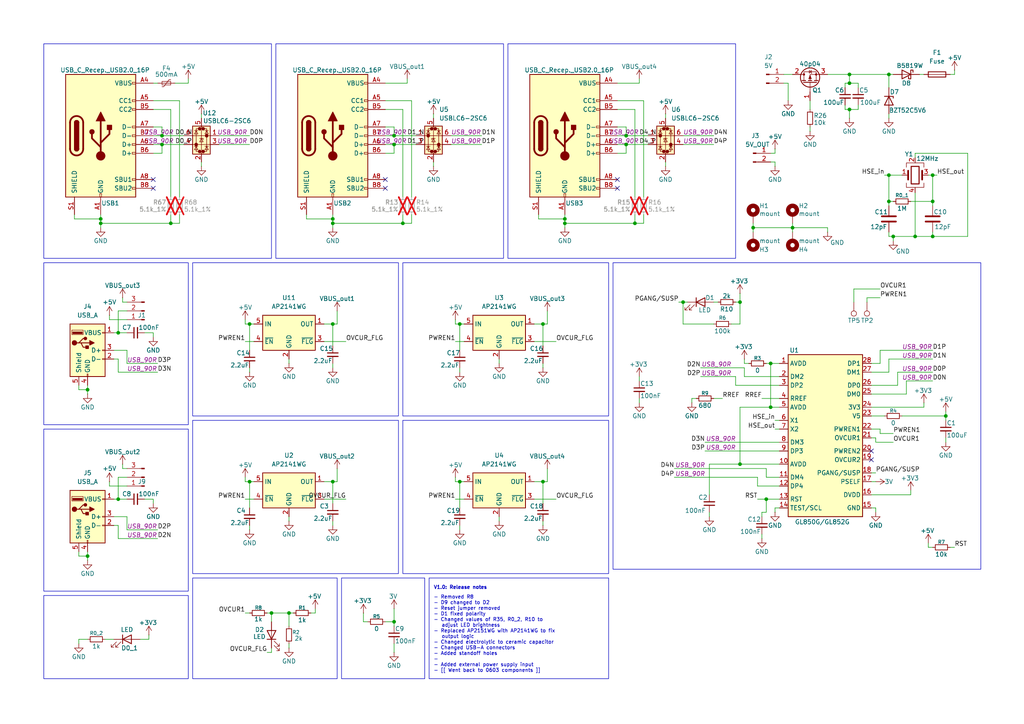
<source format=kicad_sch>
(kicad_sch (version 20250114) (generator "eeschema") (generator_version "9.0")
  (paper "A4")
  (title_block (title "GL850G_USB_Hub_Reversed") (date "2025-12-08") (rev "1") (company "Stelmach") (comment 1 "Reverse engineered from Aliexpress board"))
  (lib_symbols
    (symbol "0.My_Library:GL850G_HH"
      (property "Reference" "U" (at 0.762 1.27 0))
      (symbol "GL850G_HH_1_1"
        (pin bidirectional line (at -2.54 -2.54 0) (length 2.54) (name "AVDD") (number "1"))
        (pin bidirectional line (at -2.54 -6.35 0) (length 2.54) (name "DM2") (number "2"))
        (pin bidirectional line (at -2.54 -8.89 0) (length 2.54) (name "DP2") (number "3"))
        (pin bidirectional line (at -2.54 -12.7 0) (length 2.54) (name "RREF") (number "4"))
        (pin bidirectional line (at -2.54 -15.24 0) (length 2.54) (name "AVDD") (number "5"))
        (pin bidirectional line (at -2.54 -19.05 0) (length 2.54) (name "X1") (number "6"))
        (pin bidirectional line (at -2.54 -21.59 0) (length 2.54) (name "X2") (number "7"))
        (pin bidirectional line (at -2.54 -25.4 0) (length 2.54) (name "DM3") (number "8"))
        (pin bidirectional line (at -2.54 -27.94 0) (length 2.54) (name "DP3") (number "9"))
        (pin bidirectional line (at -2.54 -31.75 0) (length 2.54) (name "AVDD") (number "10"))
        (pin bidirectional line (at -2.54 -35.56 0) (length 2.54) (name "DM4") (number "11"))
        (pin bidirectional line (at -2.54 -38.1 0) (length 2.54) (name "DP4") (number "12"))
        (pin bidirectional line (at -2.54 -41.91 0) (length 2.54) (name "RST") (number "13"))
        (pin bidirectional line (at -2.54 -44.45 0) (length 2.54) (name "TEST/SCL") (number "14"))
        (pin bidirectional line (at 24.13 -2.54 180) (length 2.54) (name "DP1") (number "28"))
        (pin bidirectional line (at 24.13 -5.08 180) (length 2.54) (name "DM1") (number "27"))
        (pin bidirectional line (at 24.13 -8.89 180) (length 2.54) (name "DP0") (number "26"))
        (pin bidirectional line (at 24.13 -11.43 180) (length 2.54) (name "DM0") (number "25"))
        (pin bidirectional line (at 24.13 -15.24 180) (length 2.54) (name "3V3") (number "24"))
        (pin bidirectional line (at 24.13 -17.78 180) (length 2.54) (name "V5") (number "23"))
        (pin bidirectional line (at 24.13 -21.59 180) (length 2.54) (name "PWREN1") (number "22"))
        (pin bidirectional line (at 24.13 -24.13 180) (length 2.54) (name "OVCUR1") (number "21"))
        (pin bidirectional line (at 24.13 -27.94 180) (length 2.54) (name "PWREN2") (number "20"))
        (pin bidirectional line (at 24.13 -30.48 180) (length 2.54) (name "OVCUR2") (number "19"))
        (pin bidirectional line (at 24.13 -34.29 180) (length 2.54) (name "PGANG/SUSP") (number "18"))
        (pin bidirectional line (at 24.13 -36.83 180) (length 2.54) (name "PSELF") (number "17"))
        (pin bidirectional line (at 24.13 -40.64 180) (length 2.54) (name "DVDD") (number "16"))
        (pin bidirectional line (at 24.13 -44.45 180) (length 2.54) (name "GND") (number "15"))
      )
    )
    (symbol "Connector:Conn_01x02_Pin" (pin_names (offset 1.016) (hide yes))
      (property "Reference" "J" (at 0 2.54 0))
      (property "Value" "Conn_01x02_Pin" (at 0 -5.08 0))
      (symbol "Conn_01x02_Pin_1_1"
        (pin passive line (at 5.08 0 180) (length 3.81) (name "Pin_1") (number "1"))
        (pin passive line (at 5.08 -2.54 180) (length 3.81) (name "Pin_2") (number "2"))
      )
    )
    (symbol "Connector:Conn_01x03_Pin" (pin_names (offset 1.016) (hide yes))
      (property "Reference" "J" (at 0 5.08 0))
      (property "Value" "Conn_01x03_Pin" (at 0 -5.08 0))
      (symbol "Conn_01x03_Pin_1_1"
        (pin passive line (at 5.08 2.54 180) (length 3.81) (name "Pin_1") (number "1"))
        (pin passive line (at 5.08 0 180) (length 3.81) (name "Pin_2") (number "2"))
        (pin passive line (at 5.08 -2.54 180) (length 3.81) (name "Pin_3") (number "3"))
      )
    )
    (symbol "Connector:TestPoint" (pin_numbers (hide yes)) (pin_names (offset 0.762) (hide yes))
      (property "Reference" "TP" (at 0 6.858 0))
      (property "Value" "TestPoint" (at 0 5.08 0))
      (symbol "TestPoint_1_1"
        (pin passive line (at 0 0 90) (length 2.54) (name "1") (number "1"))
      )
    )
    (symbol "Connector:USB_A" (pin_names (offset 1.016))
      (property "Reference" "J" (at -5.08 11.43 0))
      (property "Value" "USB_A" (at -5.08 8.89 0))
      (symbol "USB_A_1_1"
        (pin passive line (at -2.54 -10.16 90) (length 2.54) (name "Shield") (number "5"))
        (pin power_in line (at 0 -10.16 90) (length 2.54) (name "GND") (number "4"))
        (pin power_in line (at 7.62 5.08 180) (length 2.54) (name "VBUS") (number "1"))
        (pin bidirectional line (at 7.62 0 180) (length 2.54) (name "D+") (number "3"))
        (pin bidirectional line (at 7.62 -2.54 180) (length 2.54) (name "D-") (number "2"))
      )
    )
    (symbol "Connector:USB_C_Receptacle_USB2.0_16P" (pin_names (offset 1.016))
      (property "Reference" "J" (at 0 22.225 0))
      (property "Value" "USB_C_Receptacle_USB2.0_16P" (at 0 19.685 0))
      (symbol "USB_C_Receptacle_USB2.0_16P_1_1"
        (pin passive line (at -7.62 -22.86 90) (length 5.08) (name "SHIELD") (number "S1"))
        (pin passive line (at 0 -22.86 90) (length 5.08) (name "GND") (number "A1"))
        (pin passive line (at 0 -22.86 90) (length 5.08) (hide yes) (name "GND") (number "A12"))
        (pin passive line (at 0 -22.86 90) (length 5.08) (hide yes) (name "GND") (number "B1"))
        (pin passive line (at 0 -22.86 90) (length 5.08) (hide yes) (name "GND") (number "B12"))
        (pin passive line (at 15.24 15.24 180) (length 5.08) (name "VBUS") (number "A4"))
        (pin passive line (at 15.24 15.24 180) (length 5.08) (hide yes) (name "VBUS") (number "A9"))
        (pin passive line (at 15.24 15.24 180) (length 5.08) (hide yes) (name "VBUS") (number "B4"))
        (pin passive line (at 15.24 15.24 180) (length 5.08) (hide yes) (name "VBUS") (number "B9"))
        (pin bidirectional line (at 15.24 10.16 180) (length 5.08) (name "CC1") (number "A5"))
        (pin bidirectional line (at 15.24 7.62 180) (length 5.08) (name "CC2") (number "B5"))
        (pin bidirectional line (at 15.24 2.54 180) (length 5.08) (name "D-") (number "A7"))
        (pin bidirectional line (at 15.24 0 180) (length 5.08) (name "D-") (number "B7"))
        (pin bidirectional line (at 15.24 -2.54 180) (length 5.08) (name "D+") (number "A6"))
        (pin bidirectional line (at 15.24 -5.08 180) (length 5.08) (name "D+") (number "B6"))
        (pin bidirectional line (at 15.24 -12.7 180) (length 5.08) (name "SBU1") (number "A8"))
        (pin bidirectional line (at 15.24 -15.24 180) (length 5.08) (name "SBU2") (number "B8"))
      )
    )
    (symbol "Device:C_Small" (pin_numbers (hide yes)) (pin_names (offset 0.254) (hide yes))
      (property "Reference" "C" (at 0.254 1.778 0))
      (property "Value" "C_Small" (at 0.254 -2.032 0))
      (symbol "C_Small_1_1"
        (pin passive line (at 0 2.54 270) (length 2.032) (name "~") (number "1"))
        (pin passive line (at 0 -2.54 90) (length 2.032) (name "~") (number "2"))
      )
    )
    (symbol "Device:Crystal_GND24" (pin_names (offset 1.016) (hide yes))
      (property "Reference" "Y" (at 3.175 5.08 0))
      (property "Value" "Crystal_GND24" (at 3.175 3.175 0))
      (symbol "Crystal_GND24_1_1"
        (pin passive line (at -3.81 0 0) (length 1.27) (name "1") (number "1"))
        (pin passive line (at 0 5.08 270) (length 1.27) (name "2") (number "2"))
        (pin passive line (at 0 -5.08 90) (length 1.27) (name "4") (number "4"))
        (pin passive line (at 3.81 0 180) (length 1.27) (name "3") (number "3"))
      )
    )
    (symbol "Device:D_Schottky" (pin_numbers (hide yes)) (pin_names (offset 1.016) (hide yes))
      (property "Reference" "D" (at 0 2.54 0))
      (property "Value" "D_Schottky" (at 0 -2.54 0))
      (symbol "D_Schottky_1_1"
        (pin passive line (at -3.81 0 0) (length 2.54) (name "K") (number "1"))
        (pin passive line (at 3.81 0 180) (length 2.54) (name "A") (number "2"))
      )
    )
    (symbol "Device:D_Zener" (pin_numbers (hide yes)) (pin_names (offset 1.016) (hide yes))
      (property "Reference" "D" (at 0 2.54 0))
      (property "Value" "D_Zener" (at 0 -2.54 0))
      (symbol "D_Zener_1_1"
        (pin passive line (at -3.81 0 0) (length 2.54) (name "K") (number "1"))
        (pin passive line (at 3.81 0 180) (length 2.54) (name "A") (number "2"))
      )
    )
    (symbol "Device:Fuse" (pin_numbers (hide yes)) (pin_names (offset 0))
      (property "Reference" "F" (at 2.032 0 90))
      (property "Value" "Fuse" (at -1.905 0 90))
      (symbol "Fuse_1_1"
        (pin passive line (at 0 3.81 270) (length 1.27) (name "~") (number "1"))
        (pin passive line (at 0 -3.81 90) (length 1.27) (name "~") (number "2"))
      )
    )
    (symbol "Device:LED" (pin_numbers (hide yes)) (pin_names (offset 1.016) (hide yes))
      (property "Reference" "D" (at 0 2.54 0))
      (property "Value" "LED" (at 0 -2.54 0))
      (symbol "LED_1_1"
        (pin passive line (at -3.81 0 0) (length 2.54) (name "K") (number "1"))
        (pin passive line (at 3.81 0 180) (length 2.54) (name "A") (number "2"))
      )
    )
    (symbol "Device:Polyfuse_Small" (pin_numbers (hide yes)) (pin_names (offset 0))
      (property "Reference" "F" (at -1.905 0 90))
      (property "Value" "Polyfuse_Small" (at 1.905 0 90))
      (symbol "Polyfuse_Small_1_1"
        (pin passive line (at 0 2.54 270) (length 0.635) (name "~") (number "1"))
        (pin passive line (at 0 -2.54 90) (length 0.635) (name "~") (number "2"))
      )
    )
    (symbol "Device:R_Small" (pin_numbers (hide yes)) (pin_names (offset 0.254) (hide yes))
      (property "Reference" "R" (at 0 0 90))
      (property "Value" "R_Small" (at 1.778 0 90))
      (symbol "R_Small_1_1"
        (pin passive line (at 0 2.54 270) (length 0.762) (name "~") (number "1"))
        (pin passive line (at 0 -2.54 90) (length 0.762) (name "~") (number "2"))
      )
    )
    (symbol "Global_Generic:C0402" (pin_numbers (hide yes)) (pin_names (offset 0.254))
      (property "Reference" "C" (at 0.635 2.54 0))
      (property "Value" "C0402" (at 0.635 -2.54 0))
      (symbol "C0402_1_1"
        (pin passive line (at 0 3.81 270) (length 2.794) (name "~") (number "1"))
        (pin passive line (at 0 -3.81 90) (length 2.794) (name "~") (number "2"))
      )
    )
    (symbol "Mechanical:MountingHole_Pad" (pin_numbers (hide yes)) (pin_names (offset 1.016) (hide yes)) (in_bom no)
      (property "Reference" "H" (at 0 6.35 0))
      (property "Value" "MountingHole_Pad" (at 0 4.445 0))
      (symbol "MountingHole_Pad_1_1"
        (pin input line (at 0 -2.54 90) (length 2.54) (name "1") (number "1"))
      )
    )
    (symbol "Power_Management:AP2161W"
      (property "Reference" "U" (at -7.62 -6.35 0))
      (property "Value" "AP2161W" (at -7.62 6.35 0))
      (symbol "AP2161W_1_1"
        (pin power_in line (at -10.16 2.54 0) (length 2.54) (name "IN") (number "5"))
        (pin input line (at -10.16 -2.54 0) (length 2.54) (name "~{EN}") (number "4"))
        (pin power_in line (at 0 -7.62 90) (length 2.54) (name "GND") (number "2"))
        (pin power_out line (at 10.16 2.54 180) (length 2.54) (name "OUT") (number "1"))
        (pin open_collector line (at 10.16 -2.54 180) (length 2.54) (name "~{FLG}") (number "3"))
      )
    )
    (symbol "Power_Protection:USBLC6-2SC6" (pin_names (hide yes))
      (property "Reference" "U" (at 0.635 5.715 0))
      (property "Value" "USBLC6-2SC6" (at 0.635 3.81 0))
      (symbol "USBLC6-2SC6_1_1"
        (pin passive line (at -5.08 0 0) (length 2.54) (name "I/O1") (number "1"))
        (pin passive line (at -5.08 -2.54 0) (length 2.54) (name "I/O2") (number "3"))
        (pin passive line (at 0 5.08 270) (length 2.54) (name "VBUS") (number "5"))
        (pin passive line (at 0 -7.62 90) (length 2.54) (name "GND") (number "2"))
        (pin passive line (at 5.08 0 180) (length 2.54) (name "I/O1") (number "6"))
        (pin passive line (at 5.08 -2.54 180) (length 2.54) (name "I/O2") (number "4"))
      )
    )
    (symbol "Transistor_FET:SUD50P04-08" (pin_names (hide yes))
      (property "Reference" "Q" (at 4.953 1.905 0))
      (property "Value" "SUD50P04-08" (at 4.953 0 0))
      (symbol "SUD50P04-08_1_1"
        (pin input line (at -5.08 0 0) (length 2.54) (name "G") (number "1"))
        (pin passive line (at 2.54 5.08 270) (length 2.54) (name "D") (number "2"))
        (pin passive line (at 2.54 -5.08 90) (length 2.54) (name "S") (number "3"))
      )
    )
    (symbol "power:+3V3" (power) (pin_numbers (hide yes)) (pin_names (offset 0) (hide yes))
      (property "Value" "+3V3" (at 0 3.556 0))
      (symbol "+3V3_1_1"
        (pin power_in line (at 0 0 90) (length 0) (name "~") (number "1"))
      )
    )
    (symbol "power:+5V" (power) (pin_numbers (hide yes)) (pin_names (offset 0) (hide yes))
      (property "Value" "+5V" (at 0 3.556 0))
      (symbol "+5V_1_1"
        (pin power_in line (at 0 0 90) (length 0) (name "~") (number "1"))
      )
    )
    (symbol "power:GND" (power) (pin_numbers (hide yes)) (pin_names (offset 0) (hide yes))
      (property "Value" "GND" (at 0 -3.81 0))
      (symbol "GND_1_1"
        (pin power_in line (at 0 0 270) (length 0) (name "~") (number "1"))
      )
    )
    (symbol "power:VBUS" (power) (pin_numbers (hide yes)) (pin_names (offset 0) (hide yes))
      (property "Value" "VBUS" (at 0 3.556 0))
      (symbol "VBUS_1_1"
        (pin power_in line (at 0 0 90) (length 0) (name "~") (number "1"))
      )
    )
  )
  (rectangle (start 177.8 76.2) (end 284.48 165.1))
  (rectangle (start 12.7 12.7) (end 78.74 74.93))
  (rectangle (start 124.46 167.64) (end 176.53 196.85))
  (rectangle (start 12.7 124.46) (end 54.61 171.45))
  (rectangle (start 99.06 167.64) (end 123.19 196.85))
  (rectangle (start 55.88 76.2) (end 115.57 120.65))
  (rectangle (start 80.01 12.7) (end 146.05 74.93))
  (rectangle (start 147.32 12.7) (end 213.36 74.93))
  (rectangle (start 12.7 172.72) (end 54.61 196.85))
  (rectangle (start 55.88 167.64) (end 97.79 196.85))
  (rectangle (start 55.88 121.92) (end 115.57 166.37))
  (rectangle (start 116.84 76.2) (end 176.53 120.65))
  (rectangle (start 12.7 76.2) (end 54.61 123.19))
  (rectangle (start 116.84 121.92) (end 176.53 166.37))
  (text "V1.0: Release notes" (at 125.73 169.926 0) (effects (font (size 1.016 1.016) (thickness 0.2032) (bold yes)) (justify left top)))
  (text "- Removed R8\n- D9 changed to D2\n- Reset jumper removed\n- D1 fixed polarity\n- Changed values of R35, R0_2, R10 to \n   adjust LED brightness\n- Replaced AP2151WG with AP2141WG to fix \n   output logic\n- Changed electrolytic to ceramic capacitor\n- Changed USB-A connectors\n- Added standoff holes\n- \n- Added external power supply input\n- [[ Went back to 0603 components ]]\n" (at 125.73 172.72 0) (effects (font (size 1.016 1.016)) (justify left top)))
  (junction (at 96.52 93.98))
  (junction (at 96.52 139.7))
  (junction (at 96.52 63.5))
  (junction (at 116.84 64.77))
  (junction (at 133.35 139.7))
  (junction (at 198.12 87.63))
  (junction (at 163.83 64.77))
  (junction (at 257.81 58.42))
  (junction (at 114.3 41.91))
  (junction (at 25.4 113.03))
  (junction (at 259.08 68.58))
  (junction (at 223.52 105.41))
  (junction (at 218.44 66.04))
  (junction (at 34.29 144.78))
  (junction (at 270.51 58.42))
  (junction (at 96.52 64.77))
  (junction (at 83.82 177.8))
  (junction (at 78.74 177.8))
  (junction (at 223.52 118.11))
  (junction (at 229.87 66.04))
  (junction (at 246.38 31.75))
  (junction (at 274.32 120.65))
  (junction (at 34.29 96.52))
  (junction (at 72.39 93.98))
  (junction (at 49.53 64.77))
  (junction (at 29.21 63.5))
  (junction (at 270.51 50.8))
  (junction (at 257.81 21.59))
  (junction (at 246.38 21.59))
  (junction (at 214.63 134.62))
  (junction (at 181.61 41.91))
  (junction (at 214.63 87.63))
  (junction (at 257.81 50.8))
  (junction (at 46.99 39.37))
  (junction (at 25.4 161.29))
  (junction (at 184.15 64.77))
  (junction (at 181.61 39.37))
  (junction (at 246.38 24.13))
  (junction (at 270.51 68.58))
  (junction (at 222.25 144.78))
  (junction (at 157.48 93.98))
  (junction (at 157.48 139.7))
  (junction (at 29.21 64.77))
  (junction (at 114.3 180.34))
  (junction (at 72.39 139.7))
  (junction (at 163.83 63.5))
  (junction (at 133.35 93.98))
  (junction (at 114.3 39.37))
  (junction (at 265.43 68.58))
  (junction (at 46.99 41.91))
  (no_connect (at 179.07 52.07))
  (no_connect (at 179.07 54.61))
  (no_connect (at 44.45 54.61))
  (no_connect (at 44.45 52.07))
  (no_connect (at 252.73 130.81))
  (no_connect (at 111.76 54.61))
  (no_connect (at 111.76 52.07))
  (no_connect (at 252.73 133.35))
  (wire (pts (xy 248.92 25.4) (xy 248.92 24.13)))
  (wire (pts (xy 25.4 114.3) (xy 25.4 113.03)))
  (wire (pts (xy 78.74 180.34) (xy 78.74 177.8)))
  (wire (pts (xy 198.12 87.63) (xy 199.39 87.63)))
  (wire (pts (xy 179.07 39.37) (xy 181.61 39.37)))
  (wire (pts (xy 198.12 41.91) (xy 207.01 41.91)))
  (wire (pts (xy 83.82 186.69) (xy 83.82 187.96)))
  (wire (pts (xy 36.83 105.41) (xy 36.83 101.6)))
  (wire (pts (xy 220.98 154.94) (xy 220.98 156.21)))
  (wire (pts (xy 35.56 134.62) (xy 35.56 135.89)))
  (wire (pts (xy 119.38 57.15) (xy 119.38 29.21)))
  (wire (pts (xy 245.11 30.48) (xy 245.11 31.75)))
  (wire (pts (xy 35.56 86.36) (xy 35.56 87.63)))
  (wire (pts (xy 116.84 62.23) (xy 116.84 64.77)))
  (wire (pts (xy 114.3 36.83) (xy 111.76 36.83)))
  (wire (pts (xy 255.27 124.46) (xy 255.27 125.73)))
  (wire (pts (xy 226.06 118.11) (xy 223.52 118.11)))
  (wire (pts (xy 254 128.27) (xy 254 127)))
  (wire (pts (xy 201.93 115.57) (xy 200.66 115.57)))
  (wire (pts (xy 114.3 39.37) (xy 114.3 36.83)))
  (wire (pts (xy 34.29 90.17) (xy 34.29 96.52)))
  (wire (pts (xy 44.45 31.75) (xy 49.53 31.75)))
  (wire (pts (xy 157.48 93.98) (xy 158.75 93.98)))
  (wire (pts (xy 270.51 58.42) (xy 270.51 59.69)))
  (wire (pts (xy 257.81 50.8) (xy 257.81 58.42)))
  (wire (pts (xy 214.63 118.11) (xy 214.63 134.62)))
  (wire (pts (xy 179.07 44.45) (xy 181.61 44.45)))
  (wire (pts (xy 30.48 185.42) (xy 33.02 185.42)))
  (wire (pts (xy 72.39 93.98) (xy 72.39 101.6)))
  (wire (pts (xy 93.98 144.78) (xy 100.33 144.78)))
  (wire (pts (xy 45.72 105.41) (xy 36.83 105.41)))
  (wire (pts (xy 72.39 139.7) (xy 72.39 147.32)))
  (wire (pts (xy 213.36 111.76) (xy 226.06 111.76)))
  (wire (pts (xy 254 127) (xy 252.73 127)))
  (wire (pts (xy 132.08 138.43) (xy 132.08 139.7)))
  (wire (pts (xy 255.27 101.6) (xy 270.51 101.6)))
  (wire (pts (xy 223.52 105.41) (xy 223.52 118.11)))
  (wire (pts (xy 234.95 29.21) (xy 234.95 31.75)))
  (wire (pts (xy 157.48 151.13) (xy 157.48 152.4)))
  (wire (pts (xy 111.76 180.34) (xy 114.3 180.34)))
  (wire (pts (xy 77.47 177.8) (xy 78.74 177.8)))
  (wire (pts (xy 78.74 187.96) (xy 78.74 189.23)))
  (wire (pts (xy 198.12 39.37) (xy 207.01 39.37)))
  (wire (pts (xy 96.52 93.98) (xy 96.52 100.33)))
  (wire (pts (xy 63.5 41.91) (xy 72.39 41.91)))
  (wire (pts (xy 257.81 21.59) (xy 257.81 25.4)))
  (wire (pts (xy 22.86 161.29) (xy 25.4 161.29)))
  (wire (pts (xy 36.83 153.67) (xy 36.83 149.86)))
  (wire (pts (xy 33.02 104.14) (xy 34.29 104.14)))
  (wire (pts (xy 262.89 110.49) (xy 270.51 110.49)))
  (wire (pts (xy 116.84 31.75) (xy 116.84 57.15)))
  (wire (pts (xy 125.73 46.99) (xy 125.73 48.26)))
  (wire (pts (xy 270.51 104.14) (xy 257.81 104.14)))
  (wire (pts (xy 154.94 99.06) (xy 161.29 99.06)))
  (wire (pts (xy 111.76 44.45) (xy 114.3 44.45)))
  (wire (pts (xy 44.45 39.37) (xy 46.99 39.37)))
  (wire (pts (xy 144.78 105.41) (xy 144.78 104.14)))
  (wire (pts (xy 220.98 149.86) (xy 220.98 148.59)))
  (wire (pts (xy 71.12 93.98) (xy 72.39 93.98)))
  (wire (pts (xy 246.38 21.59) (xy 246.38 24.13)))
  (wire (pts (xy 265.43 44.45) (xy 265.43 45.72)))
  (wire (pts (xy 114.3 41.91) (xy 114.3 44.45)))
  (wire (pts (xy 215.9 106.68) (xy 203.2 106.68)))
  (wire (pts (xy 262.89 114.3) (xy 262.89 110.49)))
  (wire (pts (xy 72.39 139.7) (xy 73.66 139.7)))
  (wire (pts (xy 228.6 24.13) (xy 228.6 29.21)))
  (wire (pts (xy 252.73 118.11) (xy 267.97 118.11)))
  (wire (pts (xy 186.69 57.15) (xy 186.69 29.21)))
  (wire (pts (xy 157.48 105.41) (xy 157.48 106.68)))
  (wire (pts (xy 184.15 31.75) (xy 184.15 57.15)))
  (wire (pts (xy 246.38 31.75) (xy 246.38 34.29)))
  (wire (pts (xy 224.79 121.92) (xy 226.06 121.92)))
  (wire (pts (xy 91.44 176.53) (xy 91.44 177.8)))
  (wire (pts (xy 83.82 151.13) (xy 83.82 149.86)))
  (wire (pts (xy 36.83 140.97) (xy 31.75 140.97)))
  (wire (pts (xy 133.35 152.4) (xy 133.35 153.67)))
  (wire (pts (xy 71.12 139.7) (xy 72.39 139.7)))
  (wire (pts (xy 193.04 33.02) (xy 193.04 34.29)))
  (wire (pts (xy 154.94 144.78) (xy 161.29 144.78)))
  (wire (pts (xy 215.9 109.22) (xy 226.06 109.22)))
  (wire (pts (xy 111.76 39.37) (xy 114.3 39.37)))
  (wire (pts (xy 257.81 50.8) (xy 256.54 50.8)))
  (wire (pts (xy 72.39 152.4) (xy 72.39 153.67)))
  (wire (pts (xy 212.09 93.98) (xy 214.63 93.98)))
  (wire (pts (xy 220.98 148.59) (xy 222.25 148.59)))
  (wire (pts (xy 120.65 41.91) (xy 114.3 41.91)))
  (wire (pts (xy 120.65 39.37) (xy 114.3 39.37)))
  (wire (pts (xy 275.59 158.75) (xy 276.86 158.75)))
  (wire (pts (xy 264.16 58.42) (xy 270.51 58.42)))
  (wire (pts (xy 186.69 29.21) (xy 179.07 29.21)))
  (wire (pts (xy 133.35 139.7) (xy 133.35 147.32)))
  (wire (pts (xy 222.25 138.43) (xy 226.06 138.43)))
  (wire (pts (xy 267.97 21.59) (xy 266.7 21.59)))
  (wire (pts (xy 132.08 93.98) (xy 133.35 93.98)))
  (wire (pts (xy 44.45 41.91) (xy 46.99 41.91)))
  (wire (pts (xy 34.29 138.43) (xy 34.29 144.78)))
  (wire (pts (xy 246.38 21.59) (xy 257.81 21.59)))
  (wire (pts (xy 34.29 144.78) (xy 36.83 144.78)))
  (wire (pts (xy 257.81 68.58) (xy 257.81 67.31)))
  (wire (pts (xy 96.52 63.5) (xy 96.52 64.77)))
  (wire (pts (xy 119.38 64.77) (xy 116.84 64.77)))
  (wire (pts (xy 223.52 44.45) (xy 224.79 44.45)))
  (wire (pts (xy 40.64 185.42) (xy 43.18 185.42)))
  (wire (pts (xy 58.42 33.02) (xy 58.42 34.29)))
  (wire (pts (xy 22.86 113.03) (xy 25.4 113.03)))
  (wire (pts (xy 132.08 92.71) (xy 132.08 93.98)))
  (wire (pts (xy 184.15 62.23) (xy 184.15 64.77)))
  (wire (pts (xy 213.36 109.22) (xy 203.2 109.22)))
  (wire (pts (xy 53.34 41.91) (xy 46.99 41.91)))
  (wire (pts (xy 219.71 140.97) (xy 219.71 138.43)))
  (wire (pts (xy 157.48 139.7) (xy 157.48 146.05)))
  (wire (pts (xy 207.01 115.57) (xy 209.55 115.57)))
  (wire (pts (xy 222.25 138.43) (xy 222.25 135.89)))
  (wire (pts (xy 218.44 64.77) (xy 218.44 66.04)))
  (wire (pts (xy 254 137.16) (xy 252.73 137.16)))
  (wire (pts (xy 35.56 87.63) (xy 36.83 87.63)))
  (wire (pts (xy 36.83 92.71) (xy 31.75 92.71)))
  (wire (pts (xy 49.53 62.23) (xy 49.53 64.77)))
  (wire (pts (xy 226.06 147.32) (xy 224.79 147.32)))
  (wire (pts (xy 187.96 41.91) (xy 181.61 41.91)))
  (wire (pts (xy 219.71 140.97) (xy 226.06 140.97)))
  (wire (pts (xy 254 147.32) (xy 254 148.59)))
  (wire (pts (xy 186.69 64.77) (xy 184.15 64.77)))
  (wire (pts (xy 29.21 63.5) (xy 29.21 64.77)))
  (wire (pts (xy 96.52 93.98) (xy 97.79 93.98)))
  (wire (pts (xy 204.47 128.27) (xy 226.06 128.27)))
  (wire (pts (xy 52.07 29.21) (xy 44.45 29.21)))
  (wire (pts (xy 22.86 185.42) (xy 25.4 185.42)))
  (wire (pts (xy 114.3 176.53) (xy 114.3 180.34)))
  (wire (pts (xy 46.99 36.83) (xy 44.45 36.83)))
  (wire (pts (xy 204.47 130.81) (xy 226.06 130.81)))
  (wire (pts (xy 246.38 31.75) (xy 248.92 31.75)))
  (wire (pts (xy 154.94 93.98) (xy 157.48 93.98)))
  (wire (pts (xy 125.73 33.02) (xy 125.73 34.29)))
  (wire (pts (xy 96.52 151.13) (xy 96.52 152.4)))
  (wire (pts (xy 25.4 113.03) (xy 25.4 111.76)))
  (wire (pts (xy 43.18 184.15) (xy 43.18 185.42)))
  (wire (pts (xy 34.29 156.21) (xy 45.72 156.21)))
  (wire (pts (xy 265.43 44.45) (xy 280.67 44.45)))
  (wire (pts (xy 218.44 66.04) (xy 218.44 67.31)))
  (wire (pts (xy 214.63 87.63) (xy 214.63 93.98)))
  (wire (pts (xy 58.42 46.99) (xy 58.42 48.26)))
  (wire (pts (xy 186.69 62.23) (xy 186.69 64.77)))
  (wire (pts (xy 220.98 115.57) (xy 226.06 115.57)))
  (wire (pts (xy 223.52 46.99) (xy 224.79 46.99)))
  (wire (pts (xy 252.73 111.76) (xy 260.35 111.76)))
  (wire (pts (xy 33.02 152.4) (xy 34.29 152.4)))
  (wire (pts (xy 96.52 66.04) (xy 96.52 64.77)))
  (wire (pts (xy 34.29 96.52) (xy 36.83 96.52)))
  (wire (pts (xy 265.43 68.58) (xy 270.51 68.58)))
  (wire (pts (xy 29.21 66.04) (xy 29.21 64.77)))
  (wire (pts (xy 247.65 83.82) (xy 255.27 83.82)))
  (wire (pts (xy 181.61 41.91) (xy 181.61 44.45)))
  (wire (pts (xy 22.86 185.42) (xy 22.86 186.69)))
  (wire (pts (xy 41.91 96.52) (xy 44.45 96.52)))
  (wire (pts (xy 179.07 41.91) (xy 181.61 41.91)))
  (wire (pts (xy 22.86 160.02) (xy 22.86 161.29)))
  (wire (pts (xy 34.29 152.4) (xy 34.29 156.21)))
  (wire (pts (xy 133.35 139.7) (xy 134.62 139.7)))
  (wire (pts (xy 252.73 147.32) (xy 254 147.32)))
  (wire (pts (xy 31.75 91.44) (xy 31.75 92.71)))
  (wire (pts (xy 96.52 139.7) (xy 97.79 139.7)))
  (wire (pts (xy 63.5 39.37) (xy 72.39 39.37)))
  (wire (pts (xy 270.51 50.8) (xy 270.51 58.42)))
  (wire (pts (xy 71.12 138.43) (xy 71.12 139.7)))
  (wire (pts (xy 41.91 144.78) (xy 44.45 144.78)))
  (wire (pts (xy 205.74 143.51) (xy 205.74 134.62)))
  (wire (pts (xy 259.08 68.58) (xy 265.43 68.58)))
  (wire (pts (xy 245.11 31.75) (xy 246.38 31.75)))
  (wire (pts (xy 33.02 96.52) (xy 34.29 96.52)))
  (wire (pts (xy 228.6 24.13) (xy 227.33 24.13)))
  (wire (pts (xy 260.35 111.76) (xy 260.35 107.95)))
  (wire (pts (xy 97.79 90.17) (xy 97.79 93.98)))
  (wire (pts (xy 71.12 177.8) (xy 72.39 177.8)))
  (wire (pts (xy 217.17 105.41) (xy 215.9 105.41)))
  (wire (pts (xy 78.74 177.8) (xy 83.82 177.8)))
  (wire (pts (xy 130.81 39.37) (xy 139.7 39.37)))
  (wire (pts (xy 132.08 139.7) (xy 133.35 139.7)))
  (wire (pts (xy 34.29 104.14) (xy 34.29 107.95)))
  (wire (pts (xy 157.48 93.98) (xy 157.48 100.33)))
  (wire (pts (xy 163.83 64.77) (xy 184.15 64.77)))
  (wire (pts (xy 214.63 134.62) (xy 226.06 134.62)))
  (wire (pts (xy 144.78 151.13) (xy 144.78 149.86)))
  (wire (pts (xy 29.21 62.23) (xy 29.21 63.5)))
  (wire (pts (xy 269.24 158.75) (xy 270.51 158.75)))
  (wire (pts (xy 34.29 107.95) (xy 45.72 107.95)))
  (wire (pts (xy 35.56 135.89) (xy 36.83 135.89)))
  (wire (pts (xy 214.63 118.11) (xy 223.52 118.11)))
  (wire (pts (xy 111.76 24.13) (xy 118.11 24.13)))
  (wire (pts (xy 269.24 157.48) (xy 269.24 158.75)))
  (wire (pts (xy 198.12 87.63) (xy 198.12 93.98)))
  (wire (pts (xy 157.48 139.7) (xy 158.75 139.7)))
  (wire (pts (xy 185.42 115.57) (xy 185.42 116.84)))
  (wire (pts (xy 45.72 153.67) (xy 36.83 153.67)))
  (wire (pts (xy 44.45 44.45) (xy 46.99 44.45)))
  (wire (pts (xy 224.79 43.18) (xy 224.79 44.45)))
  (wire (pts (xy 114.3 186.69) (xy 114.3 189.23)))
  (wire (pts (xy 214.63 85.09) (xy 214.63 87.63)))
  (wire (pts (xy 260.35 107.95) (xy 270.51 107.95)))
  (wire (pts (xy 105.41 180.34) (xy 106.68 180.34)))
  (wire (pts (xy 53.34 39.37) (xy 46.99 39.37)))
  (wire (pts (xy 252.73 143.51) (xy 264.16 143.51)))
  (wire (pts (xy 158.75 90.17) (xy 158.75 93.98)))
  (wire (pts (xy 130.81 41.91) (xy 139.7 41.91)))
  (wire (pts (xy 154.94 139.7) (xy 157.48 139.7)))
  (wire (pts (xy 31.75 139.7) (xy 31.75 140.97)))
  (wire (pts (xy 252.73 105.41) (xy 255.27 105.41)))
  (wire (pts (xy 254 128.27) (xy 259.08 128.27)))
  (wire (pts (xy 200.66 115.57) (xy 200.66 116.84)))
  (wire (pts (xy 33.02 144.78) (xy 34.29 144.78)))
  (wire (pts (xy 270.51 68.58) (xy 270.51 67.31)))
  (wire (pts (xy 251.46 86.36) (xy 255.27 86.36)))
  (wire (pts (xy 274.32 128.27) (xy 274.32 127)))
  (wire (pts (xy 222.25 144.78) (xy 226.06 144.78)))
  (wire (pts (xy 198.12 93.98) (xy 207.01 93.98)))
  (wire (pts (xy 118.11 24.13) (xy 118.11 22.86)))
  (wire (pts (xy 96.52 105.41) (xy 96.52 106.68)))
  (wire (pts (xy 274.32 121.92) (xy 274.32 120.65)))
  (wire (pts (xy 229.87 64.77) (xy 229.87 66.04)))
  (wire (pts (xy 97.79 135.89) (xy 97.79 139.7)))
  (wire (pts (xy 234.95 36.83) (xy 234.95 38.1)))
  (wire (pts (xy 21.59 63.5) (xy 29.21 63.5)))
  (wire (pts (xy 163.83 63.5) (xy 163.83 64.77)))
  (wire (pts (xy 251.46 87.63) (xy 251.46 86.36)))
  (wire (pts (xy 33.02 101.6) (xy 36.83 101.6)))
  (wire (pts (xy 240.03 66.04) (xy 229.87 66.04)))
  (wire (pts (xy 163.83 62.23) (xy 163.83 63.5)))
  (wire (pts (xy 133.35 106.68) (xy 133.35 107.95)))
  (wire (pts (xy 119.38 62.23) (xy 119.38 64.77)))
  (wire (pts (xy 270.51 68.58) (xy 280.67 68.58)))
  (wire (pts (xy 163.83 66.04) (xy 163.83 64.77)))
  (wire (pts (xy 274.32 119.38) (xy 274.32 120.65)))
  (wire (pts (xy 185.42 22.86) (xy 185.42 24.13)))
  (wire (pts (xy 255.27 105.41) (xy 255.27 101.6)))
  (wire (pts (xy 36.83 138.43) (xy 34.29 138.43)))
  (wire (pts (xy 261.62 120.65) (xy 274.32 120.65)))
  (wire (pts (xy 257.81 68.58) (xy 259.08 68.58)))
  (wire (pts (xy 193.04 46.99) (xy 193.04 48.26)))
  (wire (pts (xy 71.12 92.71) (xy 71.12 93.98)))
  (wire (pts (xy 25.4 162.56) (xy 25.4 161.29)))
  (wire (pts (xy 227.33 21.59) (xy 229.87 21.59)))
  (wire (pts (xy 158.75 135.89) (xy 158.75 139.7)))
  (wire (pts (xy 71.12 144.78) (xy 73.66 144.78)))
  (wire (pts (xy 52.07 64.77) (xy 49.53 64.77)))
  (wire (pts (xy 219.71 144.78) (xy 222.25 144.78)))
  (wire (pts (xy 229.87 66.04) (xy 229.87 67.31)))
  (wire (pts (xy 265.43 55.88) (xy 265.43 68.58)))
  (wire (pts (xy 252.73 114.3) (xy 262.89 114.3)))
  (wire (pts (xy 240.03 21.59) (xy 246.38 21.59)))
  (wire (pts (xy 213.36 87.63) (xy 214.63 87.63)))
  (wire (pts (xy 50.8 24.13) (xy 54.61 24.13)))
  (wire (pts (xy 181.61 39.37) (xy 181.61 36.83)))
  (wire (pts (xy 187.96 39.37) (xy 181.61 39.37)))
  (wire (pts (xy 119.38 29.21) (xy 111.76 29.21)))
  (wire (pts (xy 252.73 107.95) (xy 257.81 107.95)))
  (wire (pts (xy 252.73 139.7) (xy 254 139.7)))
  (wire (pts (xy 132.08 99.06) (xy 134.62 99.06)))
  (wire (pts (xy 185.42 109.22) (xy 185.42 110.49)))
  (wire (pts (xy 257.81 58.42) (xy 257.81 59.69)))
  (wire (pts (xy 280.67 44.45) (xy 280.67 68.58)))
  (wire (pts (xy 93.98 93.98) (xy 96.52 93.98)))
  (wire (pts (xy 246.38 24.13) (xy 248.92 24.13)))
  (wire (pts (xy 222.25 144.78) (xy 222.25 148.59)))
  (wire (pts (xy 196.85 87.63) (xy 198.12 87.63)))
  (wire (pts (xy 44.45 144.78) (xy 44.45 146.05)))
  (wire (pts (xy 207.01 87.63) (xy 208.28 87.63)))
  (wire (pts (xy 245.11 24.13) (xy 246.38 24.13)))
  (wire (pts (xy 156.21 63.5) (xy 163.83 63.5)))
  (wire (pts (xy 83.82 105.41) (xy 83.82 104.14)))
  (wire (pts (xy 270.51 50.8) (xy 271.78 50.8)))
  (wire (pts (xy 257.81 33.02) (xy 257.81 34.29)))
  (wire (pts (xy 54.61 22.86) (xy 54.61 24.13)))
  (wire (pts (xy 133.35 93.98) (xy 134.62 93.98)))
  (wire (pts (xy 179.07 31.75) (xy 184.15 31.75)))
  (wire (pts (xy 215.9 109.22) (xy 215.9 106.68)))
  (wire (pts (xy 259.08 68.58) (xy 259.08 69.85)))
  (wire (pts (xy 105.41 177.8) (xy 105.41 180.34)))
  (wire (pts (xy 229.87 66.04) (xy 218.44 66.04)))
  (wire (pts (xy 46.99 39.37) (xy 46.99 36.83)))
  (wire (pts (xy 223.52 105.41) (xy 226.06 105.41)))
  (wire (pts (xy 245.11 25.4) (xy 245.11 24.13)))
  (wire (pts (xy 90.17 177.8) (xy 91.44 177.8)))
  (wire (pts (xy 96.52 64.77) (xy 116.84 64.77)))
  (wire (pts (xy 156.21 62.23) (xy 156.21 63.5)))
  (wire (pts (xy 213.36 111.76) (xy 213.36 109.22)))
  (wire (pts (xy 276.86 20.32) (xy 276.86 21.59)))
  (wire (pts (xy 83.82 177.8) (xy 83.82 181.61)))
  (wire (pts (xy 269.24 50.8) (xy 270.51 50.8)))
  (wire (pts (xy 133.35 93.98) (xy 133.35 101.6)))
  (wire (pts (xy 132.08 144.78) (xy 134.62 144.78)))
  (wire (pts (xy 88.9 63.5) (xy 96.52 63.5)))
  (wire (pts (xy 49.53 31.75) (xy 49.53 57.15)))
  (wire (pts (xy 224.79 124.46) (xy 226.06 124.46)))
  (wire (pts (xy 29.21 64.77) (xy 49.53 64.77)))
  (wire (pts (xy 195.58 135.89) (xy 222.25 135.89)))
  (wire (pts (xy 240.03 66.04) (xy 240.03 67.31)))
  (wire (pts (xy 111.76 31.75) (xy 116.84 31.75)))
  (wire (pts (xy 88.9 62.23) (xy 88.9 63.5)))
  (wire (pts (xy 248.92 30.48) (xy 248.92 31.75)))
  (wire (pts (xy 72.39 106.68) (xy 72.39 107.95)))
  (wire (pts (xy 181.61 36.83) (xy 179.07 36.83)))
  (wire (pts (xy 36.83 90.17) (xy 34.29 90.17)))
  (wire (pts (xy 179.07 24.13) (xy 185.42 24.13)))
  (wire (pts (xy 267.97 116.84) (xy 267.97 118.11)))
  (wire (pts (xy 96.52 139.7) (xy 96.52 146.05)))
  (wire (pts (xy 93.98 99.06) (xy 100.33 99.06)))
  (wire (pts (xy 111.76 41.91) (xy 114.3 41.91)))
  (wire (pts (xy 247.65 83.82) (xy 247.65 87.63)))
  (wire (pts (xy 25.4 161.29) (xy 25.4 160.02)))
  (wire (pts (xy 224.79 147.32) (xy 224.79 148.59)))
  (wire (pts (xy 96.52 62.23) (xy 96.52 63.5)))
  (wire (pts (xy 83.82 177.8) (xy 85.09 177.8)))
  (wire (pts (xy 52.07 62.23) (xy 52.07 64.77)))
  (wire (pts (xy 257.81 104.14) (xy 257.81 107.95)))
  (wire (pts (xy 222.25 105.41) (xy 223.52 105.41)))
  (wire (pts (xy 259.08 21.59) (xy 257.81 21.59)))
  (wire (pts (xy 252.73 124.46) (xy 255.27 124.46)))
  (wire (pts (xy 46.99 41.91) (xy 46.99 44.45)))
  (wire (pts (xy 195.58 138.43) (xy 219.71 138.43)))
  (wire (pts (xy 264.16 142.24) (xy 264.16 143.51)))
  (wire (pts (xy 205.74 134.62) (xy 214.63 134.62)))
  (wire (pts (xy 255.27 125.73) (xy 259.08 125.73)))
  (wire (pts (xy 52.07 57.15) (xy 52.07 29.21)))
  (wire (pts (xy 276.86 21.59) (xy 275.59 21.59)))
  (wire (pts (xy 72.39 93.98) (xy 73.66 93.98)))
  (wire (pts (xy 257.81 58.42) (xy 259.08 58.42)))
  (wire (pts (xy 205.74 148.59) (xy 205.74 149.86)))
  (wire (pts (xy 261.62 50.8) (xy 257.81 50.8)))
  (wire (pts (xy 77.47 189.23) (xy 78.74 189.23)))
  (wire (pts (xy 21.59 62.23) (xy 21.59 63.5)))
  (wire (pts (xy 22.86 111.76) (xy 22.86 113.03)))
  (wire (pts (xy 114.3 180.34) (xy 114.3 181.61)))
  (wire (pts (xy 33.02 149.86) (xy 36.83 149.86)))
  (wire (pts (xy 93.98 139.7) (xy 96.52 139.7)))
  (wire (pts (xy 71.12 99.06) (xy 73.66 99.06)))
  (wire (pts (xy 252.73 120.65) (xy 256.54 120.65)))
  (wire (pts (xy 215.9 104.14) (xy 215.9 105.41)))
  (wire (pts (xy 224.79 46.99) (xy 224.79 48.26)))
  (wire (pts (xy 44.45 96.52) (xy 44.45 97.79)))
  (wire (pts (xy 44.45 24.13) (xy 45.72 24.13)))
  (label "D1_N" (at 118.11 39.37 0) (property "Netclass" "USB_90R" (at 109.22 38.354 0) (effects (font (italic yes)) (justify left))))
  (label "RST" (at 219.71 144.78 180))
  (label "PWREN1" (at 71.12 144.78 180))
  (label "D4N" (at 207.01 39.37 0) (property "Netclass" "USB_90R" (at 198.12 38.354 0) (effects (font (italic yes)) (justify left))))
  (label "D3N" (at 45.72 107.95 0) (property "Netclass" "USB_90R" (at 36.83 106.934 0) (effects (font (italic yes)) (justify left))))
  (label "OVCUR_FLG" (at 161.29 99.06 0))
  (label "D2N" (at 45.72 156.21 0) (property "Netclass" "USB_90R" (at 36.83 155.194 0) (effects (font (italic yes)) (justify left))))
  (label "HSE_in" (at 224.79 121.92 180))
  (label "PGANG{slash}SUSP" (at 254 137.16 0))
  (label "D3P" (at 204.47 130.81 180) (property "Netclass" "USB_90R" (at 213.36 129.794 0) (effects (font (italic yes)) (justify right))))
  (label "PWREN1" (at 132.08 144.78 180))
  (label "OVCUR_FLG" (at 100.33 144.78 180))
  (label "RREF" (at 209.55 115.57 0))
  (label "D4N" (at 195.58 135.89 180) (property "Netclass" "USB_90R" (at 204.47 134.874 0) (effects (font (italic yes)) (justify right))))
  (label "OVCUR_FLG" (at 77.47 189.23 180))
  (label "HSE_out" (at 224.79 124.46 180))
  (label "D1P" (at 270.51 101.6 0) (property "Netclass" "USB_90R" (at 261.62 100.584 0) (effects (font (italic yes)) (justify left))))
  (label "PGANG{slash}SUSP" (at 196.85 87.63 180))
  (label "D1_P" (at 118.11 41.91 0) (property "Netclass" "USB_90R" (at 109.22 40.894 0) (effects (font (italic yes)) (justify left))))
  (label "OVCUR1" (at 259.08 128.27 0))
  (label "HSE_in" (at 256.54 50.8 180))
  (label "D4_N" (at 185.42 39.37 0) (property "Netclass" "USB_90R" (at 176.53 38.354 0) (effects (font (italic yes)) (justify left))))
  (label "HSE_out" (at 271.78 50.8 0))
  (label "D4P" (at 207.01 41.91 0) (property "Netclass" "USB_90R" (at 198.12 40.894 0) (effects (font (italic yes)) (justify left))))
  (label "D0N" (at 72.39 39.37 0) (property "Netclass" "USB_90R" (at 62.992 38.354 0) (effects (font (italic yes)) (justify left))))
  (label "D0_P" (at 50.8 41.91 0) (property "Netclass" "USB_90R" (at 41.656 40.894 0) (effects (font (italic yes)) (justify left))))
  (label "OVCUR_FLG" (at 161.29 144.78 0))
  (label "D3P" (at 45.72 105.41 0) (property "Netclass" "USB_90R" (at 36.83 104.394 0) (effects (font (italic yes)) (justify left))))
  (label "D0N" (at 270.51 110.49 0) (property "Netclass" "USB_90R" (at 261.62 109.474 0) (effects (font (italic yes)) (justify left))))
  (label "D4_P" (at 185.42 41.91 0) (property "Netclass" "USB_90R" (at 176.53 40.894 0) (effects (font (italic yes)) (justify left))))
  (label "PWREN1" (at 259.08 125.73 0))
  (label "RST" (at 276.86 158.75 0))
  (label "D1N" (at 270.51 104.14 0) (property "Netclass" "USB_90R" (at 261.62 103.124 0) (effects (font (italic yes)) (justify left))))
  (label "D2P" (at 203.2 109.22 180) (property "Netclass" "USB_90R" (at 212.09 108.204 0) (effects (font (italic yes)) (justify right))))
  (label "D2N" (at 203.2 106.68 180) (property "Netclass" "USB_90R" (at 212.09 105.664 0) (effects (font (italic yes)) (justify right))))
  (label "D1P" (at 139.7 41.91 0) (property "Netclass" "USB_90R" (at 130.81 40.894 0) (effects (font (italic yes)) (justify left))))
  (label "OVCUR1" (at 255.27 83.82 0))
  (label "D2P" (at 45.72 153.67 0) (property "Netclass" "USB_90R" (at 36.83 152.654 0) (effects (font (italic yes)) (justify left))))
  (label "D1N" (at 139.7 39.37 0) (property "Netclass" "USB_90R" (at 130.81 38.354 0) (effects (font (italic yes)) (justify left))))
  (label "RREF" (at 220.98 115.57 180))
  (label "PWREN1" (at 255.27 86.36 0))
  (label "D0P" (at 270.51 107.95 0) (property "Netclass" "USB_90R" (at 261.62 106.934 0) (effects (font (italic yes)) (justify left))))
  (label "D0_N" (at 50.8 39.37 0) (property "Netclass" "USB_90R" (at 41.656 38.354 0) (effects (font (italic yes)) (justify left))))
  (label "D4P" (at 195.58 138.43 180) (property "Netclass" "USB_90R" (at 204.47 137.414 0) (effects (font (italic yes)) (justify right))))
  (label "PWREN1" (at 71.12 99.06 180))
  (label "OVCUR_FLG" (at 100.33 99.06 0))
  (label "D3N" (at 204.47 128.27 180) (property "Netclass" "USB_90R" (at 213.36 127.254 0) (effects (font (italic yes)) (justify right))))
  (label "PWREN1" (at 132.08 99.06 180))
  (label "OVCUR1" (at 71.12 177.8 180))
  (label "D0P" (at 72.39 41.91 0) (property "Netclass" "USB_90R" (at 62.992 40.894 0) (effects (font (italic yes)) (justify left))))
  (symbol (lib_id "power:VBUS") (at 58.42 33.02 0) (unit 1)
    (property "Reference" "#PWR061" (effects (hide yes)))
    (property "Value" "+5V" (at 58.42 29.464 0))
    (property "Description" "Power symbol creates a global label with name \"VBUS\"" (effects (hide yes)))
  )
  (symbol (lib_id "power:GND") (at 240.03 67.31 0) (unit 1)
    (property "Reference" "#PWR046" (effects (hide yes)))
    (property "Value" "GND" (at 242.824 70.358 0))
  )
  (symbol (lib_id "Device:C_Small") (at 205.74 146.05 180) (unit 1)
    (property "Reference" "C2" (at 205.232 144.272 0) (effects (justify left)))
    (property "Value" "100nF" (at 204.724 148.082 0) (effects (justify left)))
    (property "Footprint" "Capacitor_SMD:C_0603_1608Metric_Pad1.08x0.95mm_HandSolder" (effects (hide yes)))
    (property "Description" "Unpolarized capacitor, small symbol" (effects (hide yes)))
  )
  (symbol (lib_id "Power_Protection:USBLC6-2SC6") (at 193.04 39.37 0) (unit 1)
    (property "Reference" "U6" (at 194.6911 31.75 0) (effects (justify left)))
    (property "Value" "USBLC6-2SC6" (at 194.6911 34.29 0) (effects (justify left)))
    (property "Footprint" "Package_TO_SOT_SMD:SOT-23-6" (effects (hide yes)))
    (property "Datasheet" "https://www.st.com/resource/en/datasheet/usblc6-2.pdf" (effects (hide yes)))
    (property "Description" "Very low capacitance ESD protection diode, 2 data-line, SOT-23-6" (effects (hide yes)))
  )
  (symbol (lib_id "Device:R_Small") (at 83.82 184.15 180) (unit 1)
    (property "Reference" "R2" (at 85.852 183.388 0) (effects (font (size 1.016 1.016))))
    (property "Value" "2k" (at 86.614 185.166 0))
    (property "Footprint" "Resistor_SMD:R_0805_2012Metric_Pad1.20x1.40mm_HandSolder" (effects (hide yes)))
    (property "Description" "Resistor, small symbol" (effects (hide yes)))
  )
  (symbol (lib_id "power:VBUS") (at 118.11 22.86 0) (unit 1)
    (property "Reference" "#PWR015" (effects (hide yes)))
    (property "Value" "VBUS_out1" (at 118.11 19.304 0))
    (property "Description" "Power symbol creates a global label with name \"VBUS\"" (effects (hide yes)))
  )
  (symbol (lib_id "power:+3V3") (at 43.18 184.15 0) (unit 1)
    (property "Reference" "#PWR034" (effects (hide yes)))
    (property "Value" "+3V3" (at 42.926 180.594 0))
    (property "Description" "Power symbol creates a global label with name \"+3V3\"" (effects (hide yes)))
  )
  (symbol (lib_id "power:GND") (at 200.66 116.84 0) (unit 1)
    (property "Reference" "#PWR029" (effects (hide yes)))
    (property "Value" "GND" (at 200.66 120.65 0))
    (property "Description" "Power symbol creates a global label with name \"GND\" , ground" (effects (hide yes)))
  )
  (symbol (lib_id "power:GND") (at 234.95 38.1 0) (unit 1)
    (property "Reference" "#PWR0101" (effects (hide yes)))
    (property "Value" "GND" (at 234.95 41.91 0))
    (property "Description" "Power symbol creates a global label with name \"GND\" , ground" (effects (hide yes)))
  )
  (symbol (lib_id "Device:C_Small") (at 114.3 184.15 0) (unit 1)
    (property "Reference" "C9" (at 114.554 182.372 0) (effects (justify left)))
    (property "Value" "100nF" (at 114.554 185.928 0) (effects (justify left)))
    (property "Footprint" "Capacitor_SMD:C_0603_1608Metric_Pad1.08x0.95mm_HandSolder" (effects (hide yes)))
    (property "Description" "Unpolarized capacitor, small symbol" (effects (hide yes)))
  )
  (symbol (lib_id "power:VBUS") (at 158.75 135.89 0) (unit 1)
    (property "Reference" "#PWR050" (effects (hide yes)))
    (property "Value" "VBUS_out4" (at 158.75 132.334 0))
    (property "Description" "Power symbol creates a global label with name \"VBUS\"" (effects (hide yes)))
  )
  (symbol (lib_id "power:GND") (at 29.21 66.04 0) (unit 1)
    (property "Reference" "#PWR094" (effects (hide yes)))
    (property "Value" "GND" (at 29.21 69.85 0))
    (property "Description" "Power symbol creates a global label with name \"GND\" , ground" (effects (hide yes)))
  )
  (symbol (lib_id "power:+5V") (at 269.24 157.48 0) (unit 1)
    (property "Reference" "#PWR028" (effects (hide yes)))
    (property "Value" "+5V" (at 268.986 153.924 0))
    (property "Description" "Power symbol creates a global label with name \"+5V\"" (effects (hide yes)))
  )
  (symbol (lib_id "power:GND") (at 96.52 66.04 0) (unit 1)
    (property "Reference" "#PWR09" (effects (hide yes)))
    (property "Value" "GND" (at 96.52 69.85 0))
    (property "Description" "Power symbol creates a global label with name \"GND\" , ground" (effects (hide yes)))
  )
  (symbol (lib_id "Device:C_Small") (at 96.52 102.87 0) (unit 1)
    (property "Reference" "C15" (at 92.71 101.092 0) (effects (justify left)))
    (property "Value" "2.2uF" (at 90.932 104.648 0) (effects (justify left)))
    (property "Footprint" "Capacitor_SMD:C_0603_1608Metric_Pad1.08x0.95mm_HandSolder" (effects (hide yes)))
    (property "Description" "Unpolarized capacitor, small symbol" (effects (hide yes)))
  )
  (symbol (lib_id "power:VBUS") (at 35.56 134.62 0) (unit 1)
    (property "Reference" "#PWR01" (effects (hide yes)))
    (property "Value" "VBUS_out2" (at 35.56 131.064 0))
    (property "Description" "Power symbol creates a global label with name \"VBUS\"" (effects (hide yes)))
  )
  (symbol (lib_id "power:GND") (at 185.42 116.84 0) (unit 1)
    (property "Reference" "#PWR032" (effects (hide yes)))
    (property "Value" "GND" (at 185.42 120.65 0))
    (property "Description" "Power symbol creates a global label with name \"GND\" , ground" (effects (hide yes)))
  )
  (symbol (lib_id "power:+3V3") (at 214.63 85.09 0) (unit 1)
    (property "Reference" "#PWR018" (effects (hide yes)))
    (property "Value" "+3V3" (at 214.376 81.534 0))
    (property "Description" "Power symbol creates a global label with name \"+3V3\"" (effects (hide yes)))
  )
  (symbol (lib_id "Device:Fuse") (at 271.78 21.59 90) (unit 1)
    (property "Reference" "F1" (at 271.78 15.24 90))
    (property "Value" "Fuse" (at 271.78 17.78 90))
    (property "Footprint" "Fuse:Fuseholder_Littelfuse_Nano2_154x" (effects (hide yes)))
    (property "Description" "Fuse" (effects (hide yes)))
  )
  (symbol (lib_id "Power_Management:AP2161W") (at 144.78 142.24 0) (unit 1)
    (property "Reference" "U4" (at 144.78 132.08 0))
    (property "Value" "AP2141WG" (at 144.78 134.62 0))
    (property "Footprint" "Package_TO_SOT_SMD:SOT-23-5_HandSoldering" (effects (hide yes)))
    (property "Datasheet" "https://www.diodes.com/assets/Datasheets/AP2161.pdf" (effects (hide yes)))
    (property "Description" "Current limited power switch, single channel, SOT-23-5" (effects (hide yes)))
  )
  (symbol (lib_id "Device:D_Zener") (at 257.81 29.21 270) (unit 1)
    (property "Reference" "D7" (at 258.064 26.67 90) (effects (justify left)))
    (property "Value" "BZT52C5V6" (at 257.81 32.004 90) (effects (justify left)))
    (property "Footprint" "Diode_SMD:D_SOD-123" (effects (hide yes)))
    (property "Description" "Zener diode" (effects (hide yes)))
  )
  (symbol (lib_id "power:GND") (at 224.79 148.59 0) (unit 1)
    (property "Reference" "#PWR040" (effects (hide yes)))
    (property "Value" "GND" (at 224.79 152.4 0))
    (property "Description" "Power symbol creates a global label with name \"GND\" , ground" (effects (hide yes)))
  )
  (symbol (lib_id "power:VBUS") (at 224.79 43.18 0) (unit 1)
    (property "Reference" "#PWR062" (effects (hide yes)))
    (property "Value" "+5V" (at 224.79 39.624 0))
    (property "Description" "Power symbol creates a global label with name \"VBUS\"" (effects (hide yes)))
  )
  (symbol (lib_id "Device:R_Small") (at 184.15 59.69 180) (unit 1) (in_bom no) (dnp yes)
    (property "Reference" "R15" (at 182.88 58.674 0) (effects (justify left)))
    (property "Value" "5.1k_1%" (at 182.88 60.706 0) (effects (justify left)))
    (property "Footprint" "Resistor_SMD:R_0603_1608Metric_Pad0.98x0.95mm_HandSolder" (effects (hide yes)))
    (property "Description" "Resistor, small symbol" (effects (hide yes)))
  )
  (symbol (lib_id "Device:C_Small") (at 72.39 104.14 0) (unit 1)
    (property "Reference" "C14" (at 68.58 102.362 0) (effects (justify left)))
    (property "Value" "2.2uF" (at 66.802 105.918 0) (effects (justify left)))
    (property "Footprint" "Capacitor_SMD:C_0603_1608Metric_Pad1.08x0.95mm_HandSolder" (effects (hide yes)))
    (property "Description" "Unpolarized capacitor, small symbol" (effects (hide yes)))
  )
  (symbol (lib_id "power:+3V3") (at 114.3 176.53 0) (unit 1)
    (property "Reference" "#PWR035" (effects (hide yes)))
    (property "Value" "3V" (at 114.046 172.974 0))
    (property "Description" "Power symbol creates a global label with name \"+3V3\"" (effects (hide yes)))
  )
  (symbol (lib_id "Device:R_Small") (at 109.22 180.34 270) (mirror x) (unit 1)
    (property "Reference" "R5" (at 109.22 178.816 90) (effects (font (size 1.016 1.016))))
    (property "Value" "0" (at 109.22 182.372 90))
    (property "Footprint" "Resistor_SMD:R_0805_2012Metric_Pad1.20x1.40mm_HandSolder" (effects (hide yes)))
    (property "Description" "Resistor, small symbol" (effects (hide yes)))
  )
  (symbol (lib_id "power:GND") (at 44.45 97.79 0) (unit 1)
    (property "Reference" "#PWR022" (effects (hide yes)))
    (property "Value" "GND" (at 44.45 101.6 0))
    (property "Description" "Power symbol creates a global label with name \"GND\" , ground" (effects (hide yes)))
  )
  (symbol (lib_id "power:GND") (at 25.4 162.56 0) (unit 1)
    (property "Reference" "#PWR05" (effects (hide yes)))
    (property "Value" "GND" (at 25.4 166.37 0))
    (property "Description" "Power symbol creates a global label with name \"GND\" , ground" (effects (hide yes)))
  )
  (symbol (lib_id "Device:Crystal_GND24") (at 265.43 50.8 0) (unit 1)
    (property "Reference" "Y1" (at 263.652 44.704 0))
    (property "Value" "12MHz" (at 268.986 45.974 0))
    (property "Footprint" "Crystal:Crystal_SMD_3225-4Pin_3.2x2.5mm_HandSoldering" (effects (hide yes)))
    (property "Datasheet" "C20617575" (effects (hide yes)))
    (property "Description" "C20617575" (effects (hide yes)))
  )
  (symbol (lib_id "Power_Management:AP2161W") (at 144.78 96.52 0) (unit 1)
    (property "Reference" "U3" (at 144.78 86.36 0))
    (property "Value" "AP2141WG" (at 144.78 88.9 0))
    (property "Footprint" "Package_TO_SOT_SMD:SOT-23-5_HandSoldering" (effects (hide yes)))
    (property "Datasheet" "https://www.diodes.com/assets/Datasheets/AP2161.pdf" (effects (hide yes)))
    (property "Description" "Current limited power switch, single channel, SOT-23-5" (effects (hide yes)))
  )
  (symbol (lib_id "power:+3V3") (at 185.42 109.22 0) (unit 1)
    (property "Reference" "#PWR031" (effects (hide yes)))
    (property "Value" "+3V3" (at 185.166 105.664 0))
    (property "Description" "Power symbol creates a global label with name \"+3V3\"" (effects (hide yes)))
  )
  (symbol (lib_id "Device:LED") (at 203.2 87.63 0) (unit 1)
    (property "Reference" "D1" (at 207.264 86.36 0) (effects (justify right)))
    (property "Value" "LED" (at 206.248 89.916 0) (effects (justify right)))
    (property "Footprint" "LED_SMD:LED_0805_2012Metric_Pad1.15x1.40mm_HandSolder" (effects (hide yes)))
    (property "Description" "Light emitting diode" (effects (hide yes)))
  )
  (symbol (lib_id "power:+5V") (at 31.75 91.44 0) (unit 1)
    (property "Reference" "#PWR03" (effects (hide yes)))
    (property "Value" "+5V" (at 31.75 87.63 0))
    (property "Description" "Power symbol creates a global label with name \"+5V\"" (effects (hide yes)))
  )
  (symbol (lib_id "power:GND") (at 83.82 105.41 0) (unit 1)
    (property "Reference" "#PWR074" (effects (hide yes)))
    (property "Value" "GND" (at 83.82 109.22 0))
  )
  (symbol (lib_id "Device:R_Small") (at 52.07 59.69 0) (mirror x) (unit 1) (in_bom no) (dnp yes)
    (property "Reference" "R68" (at 53.34 58.674 0) (effects (justify left)))
    (property "Value" "5.1k_1%" (at 53.34 60.706 0) (effects (justify left)))
    (property "Footprint" "Resistor_SMD:R_0603_1608Metric_Pad0.98x0.95mm_HandSolder" (effects (hide yes)))
    (property "Description" "Resistor, small symbol" (effects (hide yes)))
  )
  (symbol (lib_id "Connector:Conn_01x03_Pin") (at 41.91 138.43 180) (unit 1)
    (property "Reference" "J9" (at 41.148 139.7 0))
    (property "Value" "Conn_01x03_Pin" (effects (hide yes)))
    (property "Footprint" "Connector_PinHeader_2.54mm:PinHeader_1x03_P2.54mm_Vertical" (effects (hide yes)))
    (property "Description" "Generic connector, single row, 01x03, script generated" (effects (hide yes)))
  )
  (symbol (lib_id "power:VBUS") (at 193.04 33.02 0) (unit 1)
    (property "Reference" "#PWR020" (effects (hide yes)))
    (property "Value" "+5V" (at 193.04 29.464 0))
    (property "Description" "Power symbol creates a global label with name \"VBUS\"" (effects (hide yes)))
  )
  (symbol (lib_id "Device:R_Small") (at 186.69 59.69 0) (mirror x) (unit 1) (in_bom no) (dnp yes)
    (property "Reference" "R16" (at 187.96 58.674 0) (effects (justify left)))
    (property "Value" "5.1k_1%" (at 187.96 60.706 0) (effects (justify left)))
    (property "Footprint" "Resistor_SMD:R_0603_1608Metric_Pad0.98x0.95mm_HandSolder" (effects (hide yes)))
    (property "Description" "Resistor, small symbol" (effects (hide yes)))
  )
  (symbol (lib_id "Mechanical:MountingHole_Pad") (at 229.87 62.23 0) (unit 1) (in_bom no)
    (property "Reference" "H2" (at 231.648 59.69 0) (effects (justify left)))
    (property "Value" "mount" (at 231.648 61.976 0) (effects (justify left)))
    (property "Footprint" "0.My_footprint_library:Standoff_M2" (effects (hide yes)))
    (property "Description" "Mounting Hole with connection" (effects (hide yes)))
  )
  (symbol (lib_id "power:GND") (at 125.73 48.26 0) (unit 1)
    (property "Reference" "#PWR08" (effects (hide yes)))
    (property "Value" "GND" (at 125.73 52.07 0))
    (property "Description" "Power symbol creates a global label with name \"GND\" , ground" (effects (hide yes)))
  )
  (symbol (lib_id "Power_Protection:USBLC6-2SC6") (at 58.42 39.37 0) (mirror y) (unit 1)
    (property "Reference" "U12" (at 62.738 32.766 0) (effects (justify left)))
    (property "Value" "USBLC6-2SC6" (at 72.898 35.052 0) (effects (justify left)))
    (property "Footprint" "Package_TO_SOT_SMD:SOT-23-6" (effects (hide yes)))
    (property "Datasheet" "https://www.st.com/resource/en/datasheet/usblc6-2.pdf" (effects (hide yes)))
    (property "Description" "Very low capacitance ESD protection diode, 2 data-line, SOT-23-6" (effects (hide yes)))
  )
  (symbol (lib_id "power:GND") (at 246.38 34.29 0) (unit 1)
    (property "Reference" "#PWR057" (effects (hide yes)))
    (property "Value" "GND" (at 246.38 38.1 0))
    (property "Description" "Power symbol creates a global label with name \"GND\" , ground" (effects (hide yes)))
  )
  (symbol (lib_id "Device:R_Small") (at 273.05 158.75 90) (unit 1)
    (property "Reference" "R7" (at 273.05 157.226 90) (effects (font (size 1.016 1.016))))
    (property "Value" "10k" (at 273.05 160.782 90))
    (property "Footprint" "Resistor_SMD:R_0805_2012Metric_Pad1.20x1.40mm_HandSolder" (effects (hide yes)))
    (property "Description" "Resistor, small symbol" (effects (hide yes)))
  )
  (symbol (lib_id "power:GND") (at 259.08 69.85 0) (unit 1)
    (property "Reference" "#PWR011" (effects (hide yes)))
    (property "Value" "GND" (at 261.874 72.898 0))
  )
  (symbol (lib_id "Connector:USB_A") (at 25.4 101.6 0) (unit 1)
    (property "Reference" "J4" (at 25.4 88.9 0))
    (property "Value" "USB_A" (at 25.4 91.44 0))
    (property "Footprint" "0.My_footprint_library:USB_2.0_TYPE_A_RECESSED" (effects (hide yes)))
    (property "Description" "USB Type A connector" (effects (hide yes)))
  )
  (symbol (lib_id "power:GND") (at 193.04 48.26 0) (unit 1)
    (property "Reference" "#PWR021" (effects (hide yes)))
    (property "Value" "GND" (at 193.04 52.07 0))
    (property "Description" "Power symbol creates a global label with name \"GND\" , ground" (effects (hide yes)))
  )
  (symbol (lib_id "power:+3V3") (at 267.97 116.84 0) (unit 1)
    (property "Reference" "#PWR013" (effects (hide yes)))
    (property "Value" "+3V3" (at 267.716 113.284 0))
    (property "Description" "Power symbol creates a global label with name \"+3V3\"" (effects (hide yes)))
  )
  (symbol (lib_id "Connector:USB_C_Receptacle_USB2.0_16P") (at 96.52 39.37 0) (unit 1)
    (property "Reference" "USB2" (at 99.314 58.928 0))
    (property "Value" "USB_C_Recep._USB2.0_16P" (at 97.79 20.32 0))
    (property "Footprint" "Connector_USB:USB_C_Receptacle_GCT_USB4105-xx-A_16P_TopMnt_Horizontal" (effects (hide yes)))
    (property "Datasheet" "https://www.usb.org/sites/default/files/documents/usb_type-c.zip" (effects (hide yes)))
    (property "Description" "USB 2.0-only 16P Type-C Receptacle connector" (effects (hide yes)))
  )
  (symbol (lib_id "Connector:USB_C_Receptacle_USB2.0_16P") (at 29.21 39.37 0) (unit 1)
    (property "Reference" "USB1" (at 32.004 58.928 0))
    (property "Value" "USB_C_Recep._USB2.0_16P" (at 30.48 20.32 0))
    (property "Footprint" "Connector_USB:USB_C_Receptacle_GCT_USB4105-xx-A_16P_TopMnt_Horizontal" (effects (hide yes)))
    (property "Datasheet" "https://www.usb.org/sites/default/files/documents/usb_type-c.zip" (effects (hide yes)))
    (property "Description" "USB 2.0-only 16P Type-C Receptacle connector" (effects (hide yes)))
  )
  (symbol (lib_id "power:GND") (at 72.39 153.67 0) (unit 1)
    (property "Reference" "#PWR043" (effects (hide yes)))
    (property "Value" "GND" (at 72.39 157.48 0))
  )
  (symbol (lib_id "power:VBUS") (at 54.61 22.86 0) (unit 1)
    (property "Reference" "#PWR060" (effects (hide yes)))
    (property "Value" "+5V" (at 54.61 19.304 0))
    (property "Description" "Power symbol creates a global label with name \"VBUS\"" (effects (hide yes)))
  )
  (symbol (lib_id "power:GND") (at 224.79 48.26 0) (unit 1)
    (property "Reference" "#PWR064" (effects (hide yes)))
    (property "Value" "GND" (at 224.79 52.07 0))
    (property "Description" "Power symbol creates a global label with name \"GND\" , ground" (effects (hide yes)))
  )
  (symbol (lib_id "power:GND") (at 257.81 34.29 0) (unit 1)
    (property "Reference" "#PWR058" (effects (hide yes)))
    (property "Value" "GND" (at 257.81 38.1 0))
    (property "Description" "Power symbol creates a global label with name \"GND\" , ground" (effects (hide yes)))
  )
  (symbol (lib_id "power:VBUS") (at 274.32 119.38 0) (unit 1)
    (property "Reference" "#PWR012" (effects (hide yes)))
    (property "Value" "+5V" (at 274.32 115.824 0))
    (property "Description" "Power symbol creates a global label with name \"VBUS\"" (effects (hide yes)))
  )
  (symbol (lib_id "power:GND") (at 220.98 156.21 0) (unit 1)
    (property "Reference" "#PWR033" (effects (hide yes)))
    (property "Value" "GND" (at 220.98 160.02 0))
    (property "Description" "Power symbol creates a global label with name \"GND\" , ground" (effects (hide yes)))
  )
  (symbol (lib_id "Mechanical:MountingHole_Pad") (at 229.87 69.85 0) (mirror x) (unit 1) (in_bom no)
    (property "Reference" "H4" (at 231.648 72.39 0) (effects (justify left)))
    (property "Value" "mount" (at 231.648 69.85 0) (effects (justify left)))
    (property "Footprint" "0.My_footprint_library:Standoff_M2" (effects (hide yes)))
    (property "Description" "Mounting Hole with connection" (effects (hide yes)))
  )
  (symbol (lib_id "Global_Generic:C0402") (at 270.51 63.5 0) (mirror y) (unit 1)
    (property "Reference" "C10" (at 270.764 61.468 0) (effects (justify right)))
    (property "Value" "12pF" (at 271.018 65.786 0) (effects (justify right)))
    (property "Footprint" "Capacitor_SMD:C_0402_1005Metric_Pad0.74x0.62mm_HandSolder" (effects (hide yes)))
  )
  (symbol (lib_id "power:VBUS") (at 276.86 20.32 0) (unit 1)
    (property "Reference" "#PWR059" (effects (hide yes)))
    (property "Value" "+5V" (at 276.86 16.764 0))
    (property "Description" "Power symbol creates a global label with name \"VBUS\"" (effects (hide yes)))
  )
  (symbol (lib_id "Device:LED") (at 36.83 185.42 0) (unit 1) (in_bom no)
    (property "Reference" "D0_1" (at 37.592 187.96 0))
    (property "Value" "LED" (at 36.83 182.626 0))
    (property "Footprint" "LED_SMD:LED_0805_2012Metric_Pad1.15x1.40mm_HandSolder" (effects (hide yes)))
    (property "Description" "Light emitting diode" (effects (hide yes)))
    (property "Sim.Pins" "1=K 2=A" (effects (hide yes)))
  )
  (symbol (lib_id "power:GND") (at 58.42 48.26 0) (unit 1)
    (property "Reference" "#PWR093" (effects (hide yes)))
    (property "Value" "GND" (at 58.42 52.07 0))
    (property "Description" "Power symbol creates a global label with name \"GND\" , ground" (effects (hide yes)))
  )
  (symbol (lib_id "Device:R_Small") (at 219.71 105.41 90) (unit 1)
    (property "Reference" "R3" (at 219.71 103.886 90) (effects (font (size 1.016 1.016))))
    (property "Value" "0" (at 219.71 107.442 90))
    (property "Footprint" "Resistor_SMD:R_0805_2012Metric_Pad1.20x1.40mm_HandSolder" (effects (hide yes)))
    (property "Description" "Resistor, small symbol" (effects (hide yes)))
  )
  (symbol (lib_id "power:VBUS") (at 132.08 92.71 0) (unit 1)
    (property "Reference" "#PWR051" (effects (hide yes)))
    (property "Value" "+5V" (at 132.08 89.154 0))
    (property "Description" "Power symbol creates a global label with name \"VBUS\"" (effects (hide yes)))
  )
  (symbol (lib_id "Device:C_Small") (at 72.39 149.86 0) (unit 1)
    (property "Reference" "C4" (at 68.58 148.082 0) (effects (justify left)))
    (property "Value" "2.2uF" (at 66.802 151.638 0) (effects (justify left)))
    (property "Footprint" "Capacitor_SMD:C_0603_1608Metric_Pad1.08x0.95mm_HandSolder" (effects (hide yes)))
    (property "Description" "Unpolarized capacitor, small symbol" (effects (hide yes)))
  )
  (symbol (lib_id "Device:C_Small") (at 185.42 113.03 0) (unit 1)
    (property "Reference" "C13" (at 185.674 111.252 0) (effects (justify left)))
    (property "Value" "100nF" (at 185.674 114.808 0) (effects (justify left)))
    (property "Footprint" "Capacitor_SMD:C_0603_1608Metric_Pad1.08x0.95mm_HandSolder" (effects (hide yes)))
    (property "Description" "Unpolarized capacitor, small symbol" (effects (hide yes)))
  )
  (symbol (lib_id "Device:Polyfuse_Small") (at 48.26 24.13 90) (unit 1)
    (property "Reference" "F4" (at 48.26 19.812 90))
    (property "Value" "500mA" (at 48.26 21.59 90))
    (property "Footprint" "Fuse:Fuse_0805_2012Metric" (effects (hide yes)))
    (property "Description" "Resettable fuse, polymeric positive temperature coefficient, small symbol" (effects (hide yes)))
  )
  (symbol (lib_id "Device:C_Small") (at 248.92 27.94 0) (unit 1)
    (property "Reference" "C5" (at 249.174 26.162 0) (effects (justify left)))
    (property "Value" "100uF" (at 249.428 29.718 0) (effects (justify left)))
    (property "Footprint" "Capacitor_SMD:C_1206_3216Metric_Pad1.33x1.80mm_HandSolder" (effects (hide yes)))
    (property "Description" "Unpolarized capacitor, small symbol" (effects (hide yes)))
  )
  (symbol (lib_id "Device:R_Small") (at 87.63 177.8 90) (unit 1)
    (property "Reference" "R1" (at 87.63 176.276 90) (effects (font (size 1.016 1.016))))
    (property "Value" "1k" (at 87.63 179.832 90))
    (property "Footprint" "Resistor_SMD:R_0805_2012Metric_Pad1.20x1.40mm_HandSolder" (effects (hide yes)))
    (property "Description" "Resistor, small symbol" (effects (hide yes)))
  )
  (symbol (lib_id "power:VBUS") (at 35.56 86.36 0) (unit 1)
    (property "Reference" "#PWR02" (effects (hide yes)))
    (property "Value" "VBUS_out3" (at 35.56 82.804 0))
    (property "Description" "Power symbol creates a global label with name \"VBUS\"" (effects (hide yes)))
  )
  (symbol (lib_id "power:+3V3") (at 105.41 177.8 0) (unit 1)
    (property "Reference" "#PWR026" (effects (hide yes)))
    (property "Value" "+3V3" (at 105.156 174.244 0))
    (property "Description" "Power symbol creates a global label with name \"+3V3\"" (effects (hide yes)))
  )
  (symbol (lib_id "Connector:Conn_01x03_Pin") (at 41.91 90.17 180) (unit 1)
    (property "Reference" "J1" (at 41.148 91.44 0))
    (property "Value" "Conn_01x03_Pin" (effects (hide yes)))
    (property "Footprint" "Connector_PinHeader_2.54mm:PinHeader_1x03_P2.54mm_Vertical" (effects (hide yes)))
    (property "Description" "Generic connector, single row, 01x03, script generated" (effects (hide yes)))
  )
  (symbol (lib_id "power:GND") (at 163.83 66.04 0) (unit 1)
    (property "Reference" "#PWR037" (effects (hide yes)))
    (property "Value" "GND" (at 163.83 69.85 0))
    (property "Description" "Power symbol creates a global label with name \"GND\" , ground" (effects (hide yes)))
  )
  (symbol (lib_id "power:GND") (at 157.48 152.4 0) (unit 1)
    (property "Reference" "#PWR054" (effects (hide yes)))
    (property "Value" "GND" (at 157.48 156.21 0))
  )
  (symbol (lib_id "Device:C_Small") (at 39.37 96.52 90) (unit 1)
    (property "Reference" "C7" (at 38.1 94.996 90) (effects (justify left)))
    (property "Value" "100nF" (at 46.228 94.996 90) (effects (justify left)))
    (property "Footprint" "Capacitor_SMD:C_0603_1608Metric_Pad1.08x0.95mm_HandSolder" (effects (hide yes)))
    (property "Description" "Unpolarized capacitor, small symbol" (effects (hide yes)))
  )
  (symbol (lib_id "power:GND") (at 144.78 105.41 0) (unit 1)
    (property "Reference" "#PWR047" (effects (hide yes)))
    (property "Value" "GND" (at 144.78 109.22 0))
  )
  (symbol (lib_id "power:+5V") (at 31.75 139.7 0) (unit 1)
    (property "Reference" "#PWR010" (effects (hide yes)))
    (property "Value" "+5V" (at 31.75 135.89 0))
    (property "Description" "Power symbol creates a global label with name \"+5V\"" (effects (hide yes)))
  )
  (symbol (lib_id "power:VBUS") (at 132.08 138.43 0) (unit 1)
    (property "Reference" "#PWR063" (effects (hide yes)))
    (property "Value" "+5V" (at 132.08 134.874 0))
    (property "Description" "Power symbol creates a global label with name \"VBUS\"" (effects (hide yes)))
  )
  (symbol (lib_id "power:VBUS") (at 158.75 90.17 0) (unit 1)
    (property "Reference" "#PWR044" (effects (hide yes)))
    (property "Value" "VBUS_out3" (at 158.75 86.614 0))
    (property "Description" "Power symbol creates a global label with name \"VBUS\"" (effects (hide yes)))
  )
  (symbol (lib_id "Device:C_Small") (at 133.35 149.86 0) (unit 1)
    (property "Reference" "C19" (at 129.54 148.082 0) (effects (justify left)))
    (property "Value" "2.2uF" (at 127.762 151.638 0) (effects (justify left)))
    (property "Footprint" "Capacitor_SMD:C_0603_1608Metric_Pad1.08x0.95mm_HandSolder" (effects (hide yes)))
    (property "Description" "Unpolarized capacitor, small symbol" (effects (hide yes)))
  )
  (symbol (lib_id "Device:D_Schottky") (at 262.89 21.59 0) (mirror y) (unit 1)
    (property "Reference" "D8" (at 262.89 24.13 0))
    (property "Value" "B5819W" (at 263.906 19.05 0))
    (property "Footprint" "Diode_SMD:D_SOD-123" (effects (hide yes)))
    (property "Datasheet" "C8598" (effects (hide yes)))
    (property "Description" "Schottky diode" (effects (hide yes)))
  )
  (symbol (lib_id "Connector:TestPoint") (at 251.46 87.63 180) (unit 1)
    (property "Reference" "TP2" (at 249.682 92.964 0) (effects (justify right)))
    (property "Value" "TestPoint" (effects (hide yes)))
    (property "Footprint" "TestPoint:TestPoint_Pad_D2.0mm" (effects (hide yes)))
    (property "Description" "test point" (effects (hide yes)))
  )
  (symbol (lib_id "power:GND") (at 96.52 106.68 0) (unit 1)
    (property "Reference" "#PWR075" (effects (hide yes)))
    (property "Value" "GND" (at 96.52 110.49 0))
  )
  (symbol (lib_id "Device:C_Small") (at 157.48 148.59 0) (unit 1)
    (property "Reference" "C18" (at 153.67 146.812 0) (effects (justify left)))
    (property "Value" "2.2uF" (at 151.892 150.368 0) (effects (justify left)))
    (property "Footprint" "Capacitor_SMD:C_0603_1608Metric_Pad1.08x0.95mm_HandSolder" (effects (hide yes)))
    (property "Description" "Unpolarized capacitor, small symbol" (effects (hide yes)))
  )
  (symbol (lib_id "power:VBUS") (at 71.12 92.71 0) (unit 1)
    (property "Reference" "#PWR039" (effects (hide yes)))
    (property "Value" "+5V" (at 71.12 89.154 0))
    (property "Description" "Power symbol creates a global label with name \"VBUS\"" (effects (hide yes)))
  )
  (symbol (lib_id "power:GND") (at 72.39 107.95 0) (unit 1)
    (property "Reference" "#PWR076" (effects (hide yes)))
    (property "Value" "GND" (at 72.39 111.76 0))
  )
  (symbol (lib_id "Device:C_Small") (at 274.32 124.46 0) (unit 1)
    (property "Reference" "C1" (at 274.574 122.682 0) (effects (justify left)))
    (property "Value" "100uF" (at 274.574 126.238 0) (effects (justify left)))
    (property "Footprint" "Capacitor_SMD:C_1206_3216Metric_Pad1.33x1.80mm_HandSolder" (effects (hide yes)))
    (property "Description" "Unpolarized capacitor, small symbol" (effects (hide yes)))
  )
  (symbol (lib_id "power:GND") (at 157.48 106.68 0) (unit 1)
    (property "Reference" "#PWR048" (effects (hide yes)))
    (property "Value" "GND" (at 157.48 110.49 0))
  )
  (symbol (lib_id "Device:R_Small") (at 259.08 120.65 90) (unit 1)
    (property "Reference" "R4" (at 259.08 119.126 90) (effects (font (size 1.016 1.016))))
    (property "Value" "0" (at 259.08 122.682 90))
    (property "Footprint" "Resistor_SMD:R_0805_2012Metric_Pad1.20x1.40mm_HandSolder" (effects (hide yes)))
    (property "Description" "Resistor, small symbol" (effects (hide yes)))
  )
  (symbol (lib_id "Device:C_Small") (at 220.98 152.4 0) (mirror y) (unit 1)
    (property "Reference" "C12" (at 220.726 150.622 0) (effects (justify left)))
    (property "Value" "100nF" (at 220.726 154.178 0) (effects (justify left)))
    (property "Footprint" "Capacitor_SMD:C_0603_1608Metric_Pad1.08x0.95mm_HandSolder" (effects (hide yes)))
    (property "Description" "Unpolarized capacitor, small symbol" (effects (hide yes)))
  )
  (symbol (lib_id "Power_Management:AP2161W") (at 83.82 142.24 0) (unit 1)
    (property "Reference" "U2" (at 83.82 132.08 0))
    (property "Value" "AP2141WG" (at 83.82 134.62 0))
    (property "Footprint" "Package_TO_SOT_SMD:SOT-23-5_HandSoldering" (effects (hide yes)))
    (property "Datasheet" "https://www.diodes.com/assets/Datasheets/AP2161.pdf" (effects (hide yes)))
    (property "Description" "Current limited power switch, single channel, SOT-23-5" (effects (hide yes)))
  )
  (symbol (lib_id "power:GND") (at 44.45 146.05 0) (unit 1)
    (property "Reference" "#PWR023" (effects (hide yes)))
    (property "Value" "GND" (at 44.45 149.86 0))
    (property "Description" "Power symbol creates a global label with name \"GND\" , ground" (effects (hide yes)))
  )
  (symbol (lib_id "Power_Protection:USBLC6-2SC6") (at 125.73 39.37 0) (unit 1)
    (property "Reference" "U5" (at 127.3811 31.75 0) (effects (justify left)))
    (property "Value" "USBLC6-2SC6" (at 127.3811 34.29 0) (effects (justify left)))
    (property "Footprint" "Package_TO_SOT_SMD:SOT-23-6" (effects (hide yes)))
    (property "Datasheet" "https://www.st.com/resource/en/datasheet/usblc6-2.pdf" (effects (hide yes)))
    (property "Description" "Very low capacitance ESD protection diode, 2 data-line, SOT-23-6" (effects (hide yes)))
  )
  (symbol (lib_id "Connector:USB_A") (at 25.4 149.86 0) (unit 1)
    (property "Reference" "J5" (at 25.4 137.16 0))
    (property "Value" "USB_A" (at 25.4 139.7 0))
    (property "Footprint" "0.My_footprint_library:USB_2.0_TYPE_A_RECESSED" (effects (hide yes)))
    (property "Description" "USB Type A connector" (effects (hide yes)))
  )
  (symbol (lib_id "Device:R_Small") (at 204.47 115.57 90) (unit 1)
    (property "Reference" "R9" (at 204.47 114.046 90) (effects (font (size 1.016 1.016))))
    (property "Value" "680" (at 204.47 117.602 90))
    (property "Footprint" "Resistor_SMD:R_0805_2012Metric_Pad1.20x1.40mm_HandSolder" (effects (hide yes)))
    (property "Description" "Resistor, small symbol" (effects (hide yes)))
  )
  (symbol (lib_id "power:VBUS") (at 71.12 138.43 0) (unit 1)
    (property "Reference" "#PWR045" (effects (hide yes)))
    (property "Value" "+5V" (at 71.12 134.874 0))
    (property "Description" "Power symbol creates a global label with name \"VBUS\"" (effects (hide yes)))
  )
  (symbol (lib_id "power:GND") (at 22.86 186.69 0) (unit 1)
    (property "Reference" "#PWR067" (effects (hide yes)))
    (property "Value" "GND" (at 22.86 190.5 0))
    (property "Description" "Power symbol creates a global label with name \"GND\" , ground" (effects (hide yes)))
  )
  (symbol (lib_id "Device:C_Small") (at 157.48 102.87 0) (unit 1)
    (property "Reference" "C16" (at 153.67 101.092 0) (effects (justify left)))
    (property "Value" "2.2uF" (at 151.892 104.648 0) (effects (justify left)))
    (property "Footprint" "Capacitor_SMD:C_0603_1608Metric_Pad1.08x0.95mm_HandSolder" (effects (hide yes)))
    (property "Description" "Unpolarized capacitor, small symbol" (effects (hide yes)))
  )
  (symbol (lib_id "0.My_Library:GL850G_HH") (at 228.6 102.87 0) (unit 1)
    (property "Reference" "U1" (at 230.378 101.6 0))
    (property "Value" "GL850G/GL852G" (at 238.506 151.384 0))
    (property "Footprint" "Package_SO:SSOP-28_5.3x10.2mm_P0.65mm" (effects (hide yes)))
    (property "Datasheet" "https://www.lcsc.com/datasheet/C136617.pdf" (effects (hide yes)))
  )
  (symbol (lib_id "Connector:Conn_01x02_Pin") (at 222.25 21.59 0) (unit 1)
    (property "Reference" "J2" (at 222.885 16.51 0))
    (property "Value" "5V" (at 222.885 19.05 0))
    (property "Footprint" "Connector_JST:JST_XH_B2B-XH-A_1x02_P2.50mm_Vertical" (effects (hide yes)))
    (property "Description" "Generic connector, single row, 01x02, script generated" (effects (hide yes)))
  )
  (symbol (lib_id "Mechanical:MountingHole_Pad") (at 218.44 69.85 0) (mirror x) (unit 1) (in_bom no)
    (property "Reference" "H3" (at 220.218 72.39 0) (effects (justify left)))
    (property "Value" "mount" (at 220.218 69.85 0) (effects (justify left)))
    (property "Footprint" "0.My_footprint_library:Standoff_M2" (effects (hide yes)))
    (property "Description" "Mounting Hole with connection" (effects (hide yes)))
  )
  (symbol (lib_id "power:GND") (at 25.4 114.3 0) (unit 1)
    (property "Reference" "#PWR04" (effects (hide yes)))
    (property "Value" "GND" (at 25.4 118.11 0))
    (property "Description" "Power symbol creates a global label with name \"GND\" , ground" (effects (hide yes)))
  )
  (symbol (lib_id "Device:R_Small") (at 27.94 185.42 270) (mirror x) (unit 1) (in_bom no)
    (property "Reference" "R0_2" (at 27.94 183.642 90) (effects (font (size 1.016 1.016))))
    (property "Value" "1k" (at 27.94 187.452 90))
    (property "Footprint" "Resistor_SMD:R_0603_1608Metric_Pad0.98x0.95mm_HandSolder" (effects (hide yes)))
    (property "Description" "Resistor, small symbol" (effects (hide yes)))
  )
  (symbol (lib_id "power:VBUS") (at 185.42 22.86 0) (unit 1)
    (property "Reference" "#PWR06" (effects (hide yes)))
    (property "Value" "VBUS_out4" (at 185.42 19.304 0))
    (property "Description" "Power symbol creates a global label with name \"VBUS\"" (effects (hide yes)))
  )
  (symbol (lib_id "power:GND") (at 274.32 128.27 0) (unit 1)
    (property "Reference" "#PWR019" (effects (hide yes)))
    (property "Value" "GND" (at 274.32 132.08 0))
    (property "Description" "Power symbol creates a global label with name \"GND\" , ground" (effects (hide yes)))
  )
  (symbol (lib_id "Transistor_FET:SUD50P04-08") (at 234.95 24.13 90) (unit 1)
    (property "Reference" "Q1" (at 236.982 26.162 90))
    (property "Value" "40p04" (at 234.95 18.542 90))
    (property "Footprint" "Package_TO_SOT_SMD:TO-252-2" (effects (hide yes)))
    (property "Datasheet" "https://www.vishay.com/docs/65594/sud50p04-08.pdf" (effects (hide yes)))
    (property "Description" "-50A Id, -40V Vds, TrenchFET P-Channel Power MOSFET, 8.1mOhm Ron, 159nC Qg, -55 to 150 °C, TO-252-2" (effects (hide yes)))
  )
  (symbol (lib_id "power:GND") (at 205.74 149.86 0) (unit 1)
    (property "Reference" "#PWR030" (effects (hide yes)))
    (property "Value" "GND" (at 205.74 153.67 0))
    (property "Description" "Power symbol creates a global label with name \"GND\" , ground" (effects (hide yes)))
  )
  (symbol (lib_id "power:+3V3") (at 215.9 104.14 0) (unit 1)
    (property "Reference" "#PWR014" (effects (hide yes)))
    (property "Value" "+3V3" (at 215.646 100.584 0))
    (property "Description" "Power symbol creates a global label with name \"+3V3\"" (effects (hide yes)))
  )
  (symbol (lib_id "power:+5V") (at 91.44 176.53 0) (unit 1)
    (property "Reference" "#PWR024" (effects (hide yes)))
    (property "Value" "+5V" (at 91.186 172.974 0))
    (property "Description" "Power symbol creates a global label with name \"+5V\"" (effects (hide yes)))
  )
  (symbol (lib_id "Device:R_Small") (at 210.82 87.63 270) (unit 1)
    (property "Reference" "R10" (at 208.788 89.662 90) (effects (justify left)))
    (property "Value" "2k" (at 209.55 85.852 90) (effects (justify left)))
    (property "Footprint" "Resistor_SMD:R_0805_2012Metric_Pad1.20x1.40mm_HandSolder" (effects (hide yes)))
    (property "Description" "Resistor, small symbol" (effects (hide yes)))
  )
  (symbol (lib_id "Device:R_Small") (at 74.93 177.8 90) (unit 1)
    (property "Reference" "R8" (at 74.93 176.276 90) (effects (font (size 1.016 1.016))))
    (property "Value" "1k" (at 74.93 179.578 90))
    (property "Footprint" "Resistor_SMD:R_0805_2012Metric_Pad1.20x1.40mm_HandSolder" (effects (hide yes)))
    (property "Description" "Resistor, small symbol" (effects (hide yes)))
  )
  (symbol (lib_id "Device:LED") (at 78.74 184.15 90) (unit 1)
    (property "Reference" "D2" (at 73.914 182.626 90) (effects (justify right)))
    (property "Value" "LED" (at 73.406 184.658 90) (effects (justify right)))
    (property "Footprint" "LED_SMD:LED_0805_2012Metric_Pad1.15x1.40mm_HandSolder" (effects (hide yes)))
    (property "Description" "Light emitting diode" (effects (hide yes)))
  )
  (symbol (lib_id "Device:R_Small") (at 116.84 59.69 180) (unit 1) (in_bom no) (dnp yes)
    (property "Reference" "R13" (at 115.57 58.674 0) (effects (justify left)))
    (property "Value" "5.1k_1%" (at 115.57 60.706 0) (effects (justify left)))
    (property "Footprint" "Resistor_SMD:R_0603_1608Metric_Pad0.98x0.95mm_HandSolder" (effects (hide yes)))
    (property "Description" "Resistor, small symbol" (effects (hide yes)))
  )
  (symbol (lib_id "Device:R_Small") (at 119.38 59.69 0) (mirror x) (unit 1) (in_bom no) (dnp yes)
    (property "Reference" "R14" (at 120.65 58.674 0) (effects (justify left)))
    (property "Value" "5.1k_1%" (at 120.65 60.706 0) (effects (justify left)))
    (property "Footprint" "Resistor_SMD:R_0603_1608Metric_Pad0.98x0.95mm_HandSolder" (effects (hide yes)))
    (property "Description" "Resistor, small symbol" (effects (hide yes)))
  )
  (symbol (lib_id "Device:R_Small") (at 234.95 34.29 0) (unit 1)
    (property "Reference" "R26" (at 235.966 33.528 0) (effects (justify left)))
    (property "Value" "10k" (at 235.966 35.56 0) (effects (justify left)))
    (property "Footprint" "Resistor_SMD:R_0603_1608Metric_Pad0.98x0.95mm_HandSolder" (effects (hide yes)))
    (property "Description" "Resistor, small symbol" (effects (hide yes)))
  )
  (symbol (lib_id "power:VBUS") (at 97.79 90.17 0) (unit 1)
    (property "Reference" "#PWR072" (effects (hide yes)))
    (property "Value" "VBUS_out1" (at 97.79 86.614 0))
    (property "Description" "Power symbol creates a global label with name \"VBUS\"" (effects (hide yes)))
  )
  (symbol (lib_id "power:GND") (at 114.3 189.23 0) (unit 1)
    (property "Reference" "#PWR027" (effects (hide yes)))
    (property "Value" "GND" (at 114.3 193.04 0))
    (property "Description" "Power symbol creates a global label with name \"GND\" , ground" (effects (hide yes)))
  )
  (symbol (lib_id "Power_Management:AP2161W") (at 83.82 96.52 0) (unit 1)
    (property "Reference" "U11" (at 83.82 86.36 0))
    (property "Value" "AP2141WG" (at 83.82 88.9 0))
    (property "Footprint" "Package_TO_SOT_SMD:SOT-23-5_HandSoldering" (effects (hide yes)))
    (property "Datasheet" "https://www.diodes.com/assets/Datasheets/AP2161.pdf" (effects (hide yes)))
    (property "Description" "Current limited power switch, single channel, SOT-23-5" (effects (hide yes)))
  )
  (symbol (lib_id "power:VBUS") (at 97.79 135.89 0) (unit 1)
    (property "Reference" "#PWR038" (effects (hide yes)))
    (property "Value" "VBUS_out2" (at 97.79 132.334 0))
    (property "Description" "Power symbol creates a global label with name \"VBUS\"" (effects (hide yes)))
  )
  (symbol (lib_id "power:+3V3") (at 264.16 142.24 0) (unit 1)
    (property "Reference" "#PWR016" (effects (hide yes)))
    (property "Value" "+3V3" (at 263.906 138.684 0))
    (property "Description" "Power symbol creates a global label with name \"+3V3\"" (effects (hide yes)))
  )
  (symbol (lib_id "Device:C_Small") (at 96.52 148.59 0) (unit 1)
    (property "Reference" "C3" (at 92.71 146.812 0) (effects (justify left)))
    (property "Value" "2.2uF" (at 90.932 150.368 0) (effects (justify left)))
    (property "Footprint" "Capacitor_SMD:C_0603_1608Metric_Pad1.08x0.95mm_HandSolder" (effects (hide yes)))
    (property "Description" "Unpolarized capacitor, small symbol" (effects (hide yes)))
  )
  (symbol (lib_id "power:GND") (at 83.82 187.96 0) (unit 1)
    (property "Reference" "#PWR025" (effects (hide yes)))
    (property "Value" "GND" (at 83.82 191.77 0))
    (property "Description" "Power symbol creates a global label with name \"GND\" , ground" (effects (hide yes)))
  )
  (symbol (lib_id "Device:C_Small") (at 39.37 144.78 90) (unit 1)
    (property "Reference" "C8" (at 38.1 143.256 90) (effects (justify left)))
    (property "Value" "100nF" (at 46.228 143.256 90) (effects (justify left)))
    (property "Footprint" "Capacitor_SMD:C_0603_1608Metric_Pad1.08x0.95mm_HandSolder" (effects (hide yes)))
    (property "Description" "Unpolarized capacitor, small symbol" (effects (hide yes)))
  )
  (symbol (lib_id "power:GND") (at 133.35 107.95 0) (unit 1)
    (property "Reference" "#PWR049" (effects (hide yes)))
    (property "Value" "GND" (at 133.35 111.76 0))
  )
  (symbol (lib_id "power:VBUS") (at 125.73 33.02 0) (unit 1)
    (property "Reference" "#PWR07" (effects (hide yes)))
    (property "Value" "+5V" (at 125.73 29.464 0))
    (property "Description" "Power symbol creates a global label with name \"VBUS\"" (effects (hide yes)))
  )
  (symbol (lib_id "Connector:Conn_01x02_Pin") (at 218.44 44.45 0) (unit 1)
    (property "Reference" "J3" (at 219.075 39.37 0))
    (property "Value" "5V_OUT" (at 219.71 41.91 0))
    (property "Footprint" "Connector_PinHeader_2.54mm:PinHeader_1x02_P2.54mm_Vertical" (effects (hide yes)))
    (property "Description" "Generic connector, single row, 01x02, script generated" (effects (hide yes)))
  )
  (symbol (lib_id "power:GND") (at 83.82 151.13 0) (unit 1)
    (property "Reference" "#PWR041" (effects (hide yes)))
    (property "Value" "GND" (at 83.82 154.94 0))
  )
  (symbol (lib_id "Device:R_Small") (at 261.62 58.42 270) (mirror x) (unit 1)
    (property "Reference" "R0_1" (at 261.62 56.642 90) (effects (font (size 1.016 1.016))))
    (property "Value" "1M" (at 261.62 60.452 90))
    (property "Footprint" "Resistor_SMD:R_0805_2012Metric_Pad1.20x1.40mm_HandSolder" (effects (hide yes)))
    (property "Description" "Resistor, small symbol" (effects (hide yes)))
  )
  (symbol (lib_id "Device:R_Small") (at 209.55 93.98 270) (mirror x) (unit 1)
    (property "Reference" "R6" (at 209.55 92.202 90) (effects (font (size 1.016 1.016))))
    (property "Value" "100k" (at 209.55 96.012 90))
    (property "Footprint" "Resistor_SMD:R_0805_2012Metric_Pad1.20x1.40mm_HandSolder" (effects (hide yes)))
    (property "Description" "Resistor, small symbol" (effects (hide yes)))
  )
  (symbol (lib_id "power:+3V3") (at 254 139.7 270) (unit 1)
    (property "Reference" "#PWR036" (effects (hide yes)))
    (property "Value" "3V" (at 257.81 139.7 90))
    (property "Description" "Power symbol creates a global label with name \"+3V3\"" (effects (hide yes)))
  )
  (symbol (lib_id "power:GND") (at 96.52 152.4 0) (unit 1)
    (property "Reference" "#PWR042" (effects (hide yes)))
    (property "Value" "GND" (at 96.52 156.21 0))
  )
  (symbol (lib_id "Global_Generic:C0402") (at 257.81 63.5 0) (unit 1)
    (property "Reference" "C11" (at 257.556 61.468 0) (effects (justify right)))
    (property "Value" "12pF" (at 257.302 65.786 0) (effects (justify right)))
    (property "Footprint" "Capacitor_SMD:C_0402_1005Metric_Pad0.74x0.62mm_HandSolder" (effects (hide yes)))
  )
  (symbol (lib_id "Device:R_Small") (at 49.53 59.69 180) (unit 1) (in_bom no) (dnp yes)
    (property "Reference" "R67" (at 48.26 58.674 0) (effects (justify left)))
    (property "Value" "5.1k_1%" (at 48.26 60.706 0) (effects (justify left)))
    (property "Footprint" "Resistor_SMD:R_0603_1608Metric_Pad0.98x0.95mm_HandSolder" (effects (hide yes)))
    (property "Description" "Resistor, small symbol" (effects (hide yes)))
  )
  (symbol (lib_id "Mechanical:MountingHole_Pad") (at 218.44 62.23 0) (unit 1) (in_bom no)
    (property "Reference" "H1" (at 220.218 59.69 0) (effects (justify left)))
    (property "Value" "mount" (at 220.218 61.976 0) (effects (justify left)))
    (property "Footprint" "0.My_footprint_library:Standoff_M2" (effects (hide yes)))
    (property "Description" "Mounting Hole with connection" (effects (hide yes)))
  )
  (symbol (lib_id "Connector:USB_C_Receptacle_USB2.0_16P") (at 163.83 39.37 0) (unit 1)
    (property "Reference" "USB3" (at 166.624 58.928 0))
    (property "Value" "USB_C_Recep._USB2.0_16P" (at 165.1 20.32 0))
    (property "Footprint" "Connector_USB:USB_C_Receptacle_GCT_USB4105-xx-A_16P_TopMnt_Horizontal" (effects (hide yes)))
    (property "Datasheet" "https://www.usb.org/sites/default/files/documents/usb_type-c.zip" (effects (hide yes)))
    (property "Description" "USB 2.0-only 16P Type-C Receptacle connector" (effects (hide yes)))
  )
  (symbol (lib_id "power:GND") (at 254 148.59 0) (unit 1)
    (property "Reference" "#PWR017" (effects (hide yes)))
    (property "Value" "GND" (at 254 152.4 0))
    (property "Description" "Power symbol creates a global label with name \"GND\" , ground" (effects (hide yes)))
  )
  (symbol (lib_id "power:GND") (at 144.78 151.13 0) (unit 1)
    (property "Reference" "#PWR053" (effects (hide yes)))
    (property "Value" "GND" (at 144.78 154.94 0))
  )
  (symbol (lib_id "power:GND") (at 228.6 29.21 0) (unit 1)
    (property "Reference" "#PWR056" (effects (hide yes)))
    (property "Value" "GND" (at 228.6 33.02 0))
    (property "Description" "Power symbol creates a global label with name \"GND\" , ground" (effects (hide yes)))
  )
  (symbol (lib_id "Connector:TestPoint") (at 247.65 87.63 180) (unit 1)
    (property "Reference" "TP5" (at 245.872 92.964 0) (effects (justify right)))
    (property "Value" "TestPoint" (effects (hide yes)))
    (property "Footprint" "TestPoint:TestPoint_Pad_D2.0mm" (effects (hide yes)))
    (property "Description" "test point" (effects (hide yes)))
  )
  (symbol (lib_id "Device:C_Small") (at 133.35 104.14 0) (unit 1)
    (property "Reference" "C17" (at 129.54 102.362 0) (effects (justify left)))
    (property "Value" "2.2uF" (at 127.762 105.918 0) (effects (justify left)))
    (property "Footprint" "Capacitor_SMD:C_0603_1608Metric_Pad1.08x0.95mm_HandSolder" (effects (hide yes)))
    (property "Description" "Unpolarized capacitor, small symbol" (effects (hide yes)))
  )
  (symbol (lib_id "Device:C_Small") (at 245.11 27.94 0) (mirror y) (unit 1)
    (property "Reference" "C6" (at 244.856 26.162 0) (effects (justify left)))
    (property "Value" "100uF" (at 244.856 29.718 0) (effects (justify left)))
    (property "Footprint" "Capacitor_SMD:C_1206_3216Metric_Pad1.33x1.80mm_HandSolder" (effects (hide yes)))
    (property "Description" "Unpolarized capacitor, small symbol" (effects (hide yes)))
  )
  (symbol (lib_id "power:GND") (at 133.35 153.67 0) (unit 1)
    (property "Reference" "#PWR055" (effects (hide yes)))
    (property "Value" "GND" (at 133.35 157.48 0))
  )
)
</source>
